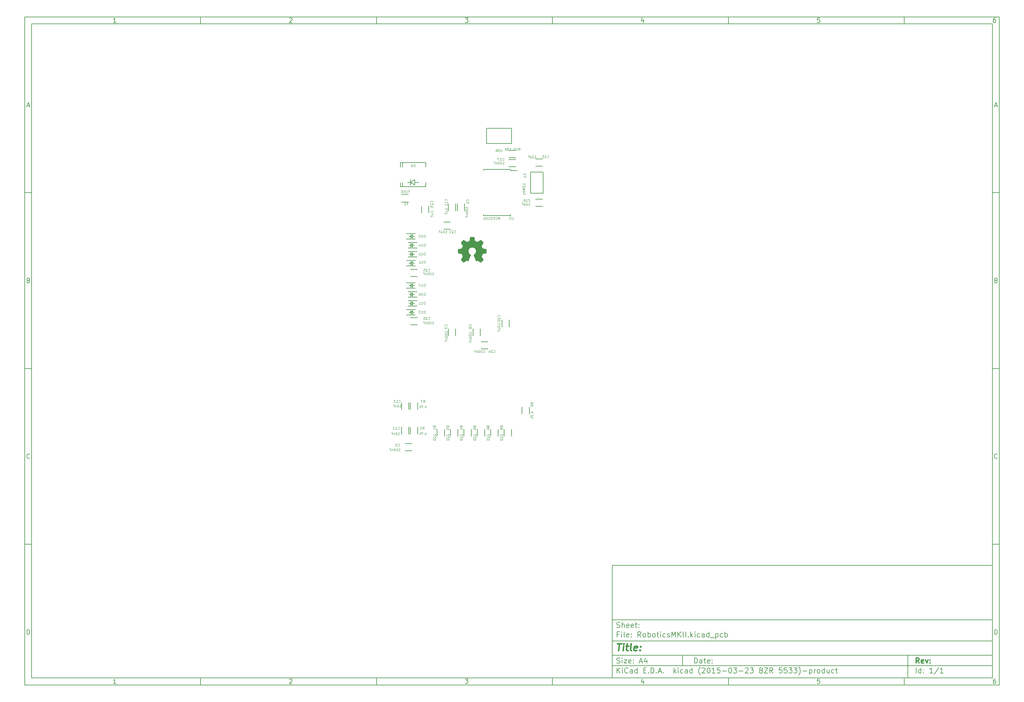
<source format=gbr>
G04 #@! TF.FileFunction,Legend,Bot*
%FSLAX46Y46*%
G04 Gerber Fmt 4.6, Leading zero omitted, Abs format (unit mm)*
G04 Created by KiCad (PCBNEW (2015-03-23 BZR 5533)-product) date Thu 23 Apr 2015 16:19:24 SAST*
%MOMM*%
G01*
G04 APERTURE LIST*
%ADD10C,0.100000*%
%ADD11C,0.150000*%
%ADD12C,0.300000*%
%ADD13C,0.400000*%
%ADD14C,0.002540*%
G04 APERTURE END LIST*
D10*
D11*
X177002200Y-166007200D02*
X177002200Y-198007200D01*
X285002200Y-198007200D01*
X285002200Y-166007200D01*
X177002200Y-166007200D01*
D10*
D11*
X10000000Y-10000000D02*
X10000000Y-200007200D01*
X287002200Y-200007200D01*
X287002200Y-10000000D01*
X10000000Y-10000000D01*
D10*
D11*
X12000000Y-12000000D02*
X12000000Y-198007200D01*
X285002200Y-198007200D01*
X285002200Y-12000000D01*
X12000000Y-12000000D01*
D10*
D11*
X60000000Y-12000000D02*
X60000000Y-10000000D01*
D10*
D11*
X110000000Y-12000000D02*
X110000000Y-10000000D01*
D10*
D11*
X160000000Y-12000000D02*
X160000000Y-10000000D01*
D10*
D11*
X210000000Y-12000000D02*
X210000000Y-10000000D01*
D10*
D11*
X260000000Y-12000000D02*
X260000000Y-10000000D01*
D10*
D11*
X35990476Y-11588095D02*
X35247619Y-11588095D01*
X35619048Y-11588095D02*
X35619048Y-10288095D01*
X35495238Y-10473810D01*
X35371429Y-10597619D01*
X35247619Y-10659524D01*
D10*
D11*
X85247619Y-10411905D02*
X85309524Y-10350000D01*
X85433333Y-10288095D01*
X85742857Y-10288095D01*
X85866667Y-10350000D01*
X85928571Y-10411905D01*
X85990476Y-10535714D01*
X85990476Y-10659524D01*
X85928571Y-10845238D01*
X85185714Y-11588095D01*
X85990476Y-11588095D01*
D10*
D11*
X135185714Y-10288095D02*
X135990476Y-10288095D01*
X135557143Y-10783333D01*
X135742857Y-10783333D01*
X135866667Y-10845238D01*
X135928571Y-10907143D01*
X135990476Y-11030952D01*
X135990476Y-11340476D01*
X135928571Y-11464286D01*
X135866667Y-11526190D01*
X135742857Y-11588095D01*
X135371429Y-11588095D01*
X135247619Y-11526190D01*
X135185714Y-11464286D01*
D10*
D11*
X185866667Y-10721429D02*
X185866667Y-11588095D01*
X185557143Y-10226190D02*
X185247619Y-11154762D01*
X186052381Y-11154762D01*
D10*
D11*
X235928571Y-10288095D02*
X235309524Y-10288095D01*
X235247619Y-10907143D01*
X235309524Y-10845238D01*
X235433333Y-10783333D01*
X235742857Y-10783333D01*
X235866667Y-10845238D01*
X235928571Y-10907143D01*
X235990476Y-11030952D01*
X235990476Y-11340476D01*
X235928571Y-11464286D01*
X235866667Y-11526190D01*
X235742857Y-11588095D01*
X235433333Y-11588095D01*
X235309524Y-11526190D01*
X235247619Y-11464286D01*
D10*
D11*
X285866667Y-10288095D02*
X285619048Y-10288095D01*
X285495238Y-10350000D01*
X285433333Y-10411905D01*
X285309524Y-10597619D01*
X285247619Y-10845238D01*
X285247619Y-11340476D01*
X285309524Y-11464286D01*
X285371429Y-11526190D01*
X285495238Y-11588095D01*
X285742857Y-11588095D01*
X285866667Y-11526190D01*
X285928571Y-11464286D01*
X285990476Y-11340476D01*
X285990476Y-11030952D01*
X285928571Y-10907143D01*
X285866667Y-10845238D01*
X285742857Y-10783333D01*
X285495238Y-10783333D01*
X285371429Y-10845238D01*
X285309524Y-10907143D01*
X285247619Y-11030952D01*
D10*
D11*
X60000000Y-198007200D02*
X60000000Y-200007200D01*
D10*
D11*
X110000000Y-198007200D02*
X110000000Y-200007200D01*
D10*
D11*
X160000000Y-198007200D02*
X160000000Y-200007200D01*
D10*
D11*
X210000000Y-198007200D02*
X210000000Y-200007200D01*
D10*
D11*
X260000000Y-198007200D02*
X260000000Y-200007200D01*
D10*
D11*
X35990476Y-199595295D02*
X35247619Y-199595295D01*
X35619048Y-199595295D02*
X35619048Y-198295295D01*
X35495238Y-198481010D01*
X35371429Y-198604819D01*
X35247619Y-198666724D01*
D10*
D11*
X85247619Y-198419105D02*
X85309524Y-198357200D01*
X85433333Y-198295295D01*
X85742857Y-198295295D01*
X85866667Y-198357200D01*
X85928571Y-198419105D01*
X85990476Y-198542914D01*
X85990476Y-198666724D01*
X85928571Y-198852438D01*
X85185714Y-199595295D01*
X85990476Y-199595295D01*
D10*
D11*
X135185714Y-198295295D02*
X135990476Y-198295295D01*
X135557143Y-198790533D01*
X135742857Y-198790533D01*
X135866667Y-198852438D01*
X135928571Y-198914343D01*
X135990476Y-199038152D01*
X135990476Y-199347676D01*
X135928571Y-199471486D01*
X135866667Y-199533390D01*
X135742857Y-199595295D01*
X135371429Y-199595295D01*
X135247619Y-199533390D01*
X135185714Y-199471486D01*
D10*
D11*
X185866667Y-198728629D02*
X185866667Y-199595295D01*
X185557143Y-198233390D02*
X185247619Y-199161962D01*
X186052381Y-199161962D01*
D10*
D11*
X235928571Y-198295295D02*
X235309524Y-198295295D01*
X235247619Y-198914343D01*
X235309524Y-198852438D01*
X235433333Y-198790533D01*
X235742857Y-198790533D01*
X235866667Y-198852438D01*
X235928571Y-198914343D01*
X235990476Y-199038152D01*
X235990476Y-199347676D01*
X235928571Y-199471486D01*
X235866667Y-199533390D01*
X235742857Y-199595295D01*
X235433333Y-199595295D01*
X235309524Y-199533390D01*
X235247619Y-199471486D01*
D10*
D11*
X285866667Y-198295295D02*
X285619048Y-198295295D01*
X285495238Y-198357200D01*
X285433333Y-198419105D01*
X285309524Y-198604819D01*
X285247619Y-198852438D01*
X285247619Y-199347676D01*
X285309524Y-199471486D01*
X285371429Y-199533390D01*
X285495238Y-199595295D01*
X285742857Y-199595295D01*
X285866667Y-199533390D01*
X285928571Y-199471486D01*
X285990476Y-199347676D01*
X285990476Y-199038152D01*
X285928571Y-198914343D01*
X285866667Y-198852438D01*
X285742857Y-198790533D01*
X285495238Y-198790533D01*
X285371429Y-198852438D01*
X285309524Y-198914343D01*
X285247619Y-199038152D01*
D10*
D11*
X10000000Y-60000000D02*
X12000000Y-60000000D01*
D10*
D11*
X10000000Y-110000000D02*
X12000000Y-110000000D01*
D10*
D11*
X10000000Y-160000000D02*
X12000000Y-160000000D01*
D10*
D11*
X10690476Y-35216667D02*
X11309524Y-35216667D01*
X10566667Y-35588095D02*
X11000000Y-34288095D01*
X11433333Y-35588095D01*
D10*
D11*
X11092857Y-84907143D02*
X11278571Y-84969048D01*
X11340476Y-85030952D01*
X11402381Y-85154762D01*
X11402381Y-85340476D01*
X11340476Y-85464286D01*
X11278571Y-85526190D01*
X11154762Y-85588095D01*
X10659524Y-85588095D01*
X10659524Y-84288095D01*
X11092857Y-84288095D01*
X11216667Y-84350000D01*
X11278571Y-84411905D01*
X11340476Y-84535714D01*
X11340476Y-84659524D01*
X11278571Y-84783333D01*
X11216667Y-84845238D01*
X11092857Y-84907143D01*
X10659524Y-84907143D01*
D10*
D11*
X11402381Y-135464286D02*
X11340476Y-135526190D01*
X11154762Y-135588095D01*
X11030952Y-135588095D01*
X10845238Y-135526190D01*
X10721429Y-135402381D01*
X10659524Y-135278571D01*
X10597619Y-135030952D01*
X10597619Y-134845238D01*
X10659524Y-134597619D01*
X10721429Y-134473810D01*
X10845238Y-134350000D01*
X11030952Y-134288095D01*
X11154762Y-134288095D01*
X11340476Y-134350000D01*
X11402381Y-134411905D01*
D10*
D11*
X10659524Y-185588095D02*
X10659524Y-184288095D01*
X10969048Y-184288095D01*
X11154762Y-184350000D01*
X11278571Y-184473810D01*
X11340476Y-184597619D01*
X11402381Y-184845238D01*
X11402381Y-185030952D01*
X11340476Y-185278571D01*
X11278571Y-185402381D01*
X11154762Y-185526190D01*
X10969048Y-185588095D01*
X10659524Y-185588095D01*
D10*
D11*
X287002200Y-60000000D02*
X285002200Y-60000000D01*
D10*
D11*
X287002200Y-110000000D02*
X285002200Y-110000000D01*
D10*
D11*
X287002200Y-160000000D02*
X285002200Y-160000000D01*
D10*
D11*
X285692676Y-35216667D02*
X286311724Y-35216667D01*
X285568867Y-35588095D02*
X286002200Y-34288095D01*
X286435533Y-35588095D01*
D10*
D11*
X286095057Y-84907143D02*
X286280771Y-84969048D01*
X286342676Y-85030952D01*
X286404581Y-85154762D01*
X286404581Y-85340476D01*
X286342676Y-85464286D01*
X286280771Y-85526190D01*
X286156962Y-85588095D01*
X285661724Y-85588095D01*
X285661724Y-84288095D01*
X286095057Y-84288095D01*
X286218867Y-84350000D01*
X286280771Y-84411905D01*
X286342676Y-84535714D01*
X286342676Y-84659524D01*
X286280771Y-84783333D01*
X286218867Y-84845238D01*
X286095057Y-84907143D01*
X285661724Y-84907143D01*
D10*
D11*
X286404581Y-135464286D02*
X286342676Y-135526190D01*
X286156962Y-135588095D01*
X286033152Y-135588095D01*
X285847438Y-135526190D01*
X285723629Y-135402381D01*
X285661724Y-135278571D01*
X285599819Y-135030952D01*
X285599819Y-134845238D01*
X285661724Y-134597619D01*
X285723629Y-134473810D01*
X285847438Y-134350000D01*
X286033152Y-134288095D01*
X286156962Y-134288095D01*
X286342676Y-134350000D01*
X286404581Y-134411905D01*
D10*
D11*
X285661724Y-185588095D02*
X285661724Y-184288095D01*
X285971248Y-184288095D01*
X286156962Y-184350000D01*
X286280771Y-184473810D01*
X286342676Y-184597619D01*
X286404581Y-184845238D01*
X286404581Y-185030952D01*
X286342676Y-185278571D01*
X286280771Y-185402381D01*
X286156962Y-185526190D01*
X285971248Y-185588095D01*
X285661724Y-185588095D01*
D10*
D11*
X200359343Y-193785771D02*
X200359343Y-192285771D01*
X200716486Y-192285771D01*
X200930771Y-192357200D01*
X201073629Y-192500057D01*
X201145057Y-192642914D01*
X201216486Y-192928629D01*
X201216486Y-193142914D01*
X201145057Y-193428629D01*
X201073629Y-193571486D01*
X200930771Y-193714343D01*
X200716486Y-193785771D01*
X200359343Y-193785771D01*
X202502200Y-193785771D02*
X202502200Y-193000057D01*
X202430771Y-192857200D01*
X202287914Y-192785771D01*
X202002200Y-192785771D01*
X201859343Y-192857200D01*
X202502200Y-193714343D02*
X202359343Y-193785771D01*
X202002200Y-193785771D01*
X201859343Y-193714343D01*
X201787914Y-193571486D01*
X201787914Y-193428629D01*
X201859343Y-193285771D01*
X202002200Y-193214343D01*
X202359343Y-193214343D01*
X202502200Y-193142914D01*
X203002200Y-192785771D02*
X203573629Y-192785771D01*
X203216486Y-192285771D02*
X203216486Y-193571486D01*
X203287914Y-193714343D01*
X203430772Y-193785771D01*
X203573629Y-193785771D01*
X204645057Y-193714343D02*
X204502200Y-193785771D01*
X204216486Y-193785771D01*
X204073629Y-193714343D01*
X204002200Y-193571486D01*
X204002200Y-193000057D01*
X204073629Y-192857200D01*
X204216486Y-192785771D01*
X204502200Y-192785771D01*
X204645057Y-192857200D01*
X204716486Y-193000057D01*
X204716486Y-193142914D01*
X204002200Y-193285771D01*
X205359343Y-193642914D02*
X205430771Y-193714343D01*
X205359343Y-193785771D01*
X205287914Y-193714343D01*
X205359343Y-193642914D01*
X205359343Y-193785771D01*
X205359343Y-192857200D02*
X205430771Y-192928629D01*
X205359343Y-193000057D01*
X205287914Y-192928629D01*
X205359343Y-192857200D01*
X205359343Y-193000057D01*
D10*
D11*
X177002200Y-194507200D02*
X285002200Y-194507200D01*
D10*
D11*
X178359343Y-196585771D02*
X178359343Y-195085771D01*
X179216486Y-196585771D02*
X178573629Y-195728629D01*
X179216486Y-195085771D02*
X178359343Y-195942914D01*
X179859343Y-196585771D02*
X179859343Y-195585771D01*
X179859343Y-195085771D02*
X179787914Y-195157200D01*
X179859343Y-195228629D01*
X179930771Y-195157200D01*
X179859343Y-195085771D01*
X179859343Y-195228629D01*
X181430772Y-196442914D02*
X181359343Y-196514343D01*
X181145057Y-196585771D01*
X181002200Y-196585771D01*
X180787915Y-196514343D01*
X180645057Y-196371486D01*
X180573629Y-196228629D01*
X180502200Y-195942914D01*
X180502200Y-195728629D01*
X180573629Y-195442914D01*
X180645057Y-195300057D01*
X180787915Y-195157200D01*
X181002200Y-195085771D01*
X181145057Y-195085771D01*
X181359343Y-195157200D01*
X181430772Y-195228629D01*
X182716486Y-196585771D02*
X182716486Y-195800057D01*
X182645057Y-195657200D01*
X182502200Y-195585771D01*
X182216486Y-195585771D01*
X182073629Y-195657200D01*
X182716486Y-196514343D02*
X182573629Y-196585771D01*
X182216486Y-196585771D01*
X182073629Y-196514343D01*
X182002200Y-196371486D01*
X182002200Y-196228629D01*
X182073629Y-196085771D01*
X182216486Y-196014343D01*
X182573629Y-196014343D01*
X182716486Y-195942914D01*
X184073629Y-196585771D02*
X184073629Y-195085771D01*
X184073629Y-196514343D02*
X183930772Y-196585771D01*
X183645058Y-196585771D01*
X183502200Y-196514343D01*
X183430772Y-196442914D01*
X183359343Y-196300057D01*
X183359343Y-195871486D01*
X183430772Y-195728629D01*
X183502200Y-195657200D01*
X183645058Y-195585771D01*
X183930772Y-195585771D01*
X184073629Y-195657200D01*
X185930772Y-195800057D02*
X186430772Y-195800057D01*
X186645058Y-196585771D02*
X185930772Y-196585771D01*
X185930772Y-195085771D01*
X186645058Y-195085771D01*
X187287915Y-196442914D02*
X187359343Y-196514343D01*
X187287915Y-196585771D01*
X187216486Y-196514343D01*
X187287915Y-196442914D01*
X187287915Y-196585771D01*
X188002201Y-196585771D02*
X188002201Y-195085771D01*
X188359344Y-195085771D01*
X188573629Y-195157200D01*
X188716487Y-195300057D01*
X188787915Y-195442914D01*
X188859344Y-195728629D01*
X188859344Y-195942914D01*
X188787915Y-196228629D01*
X188716487Y-196371486D01*
X188573629Y-196514343D01*
X188359344Y-196585771D01*
X188002201Y-196585771D01*
X189502201Y-196442914D02*
X189573629Y-196514343D01*
X189502201Y-196585771D01*
X189430772Y-196514343D01*
X189502201Y-196442914D01*
X189502201Y-196585771D01*
X190145058Y-196157200D02*
X190859344Y-196157200D01*
X190002201Y-196585771D02*
X190502201Y-195085771D01*
X191002201Y-196585771D01*
X191502201Y-196442914D02*
X191573629Y-196514343D01*
X191502201Y-196585771D01*
X191430772Y-196514343D01*
X191502201Y-196442914D01*
X191502201Y-196585771D01*
X194502201Y-196585771D02*
X194502201Y-195085771D01*
X194645058Y-196014343D02*
X195073629Y-196585771D01*
X195073629Y-195585771D02*
X194502201Y-196157200D01*
X195716487Y-196585771D02*
X195716487Y-195585771D01*
X195716487Y-195085771D02*
X195645058Y-195157200D01*
X195716487Y-195228629D01*
X195787915Y-195157200D01*
X195716487Y-195085771D01*
X195716487Y-195228629D01*
X197073630Y-196514343D02*
X196930773Y-196585771D01*
X196645059Y-196585771D01*
X196502201Y-196514343D01*
X196430773Y-196442914D01*
X196359344Y-196300057D01*
X196359344Y-195871486D01*
X196430773Y-195728629D01*
X196502201Y-195657200D01*
X196645059Y-195585771D01*
X196930773Y-195585771D01*
X197073630Y-195657200D01*
X198359344Y-196585771D02*
X198359344Y-195800057D01*
X198287915Y-195657200D01*
X198145058Y-195585771D01*
X197859344Y-195585771D01*
X197716487Y-195657200D01*
X198359344Y-196514343D02*
X198216487Y-196585771D01*
X197859344Y-196585771D01*
X197716487Y-196514343D01*
X197645058Y-196371486D01*
X197645058Y-196228629D01*
X197716487Y-196085771D01*
X197859344Y-196014343D01*
X198216487Y-196014343D01*
X198359344Y-195942914D01*
X199716487Y-196585771D02*
X199716487Y-195085771D01*
X199716487Y-196514343D02*
X199573630Y-196585771D01*
X199287916Y-196585771D01*
X199145058Y-196514343D01*
X199073630Y-196442914D01*
X199002201Y-196300057D01*
X199002201Y-195871486D01*
X199073630Y-195728629D01*
X199145058Y-195657200D01*
X199287916Y-195585771D01*
X199573630Y-195585771D01*
X199716487Y-195657200D01*
X202002201Y-197157200D02*
X201930773Y-197085771D01*
X201787916Y-196871486D01*
X201716487Y-196728629D01*
X201645058Y-196514343D01*
X201573630Y-196157200D01*
X201573630Y-195871486D01*
X201645058Y-195514343D01*
X201716487Y-195300057D01*
X201787916Y-195157200D01*
X201930773Y-194942914D01*
X202002201Y-194871486D01*
X202502201Y-195228629D02*
X202573630Y-195157200D01*
X202716487Y-195085771D01*
X203073630Y-195085771D01*
X203216487Y-195157200D01*
X203287916Y-195228629D01*
X203359344Y-195371486D01*
X203359344Y-195514343D01*
X203287916Y-195728629D01*
X202430773Y-196585771D01*
X203359344Y-196585771D01*
X204287915Y-195085771D02*
X204430772Y-195085771D01*
X204573629Y-195157200D01*
X204645058Y-195228629D01*
X204716487Y-195371486D01*
X204787915Y-195657200D01*
X204787915Y-196014343D01*
X204716487Y-196300057D01*
X204645058Y-196442914D01*
X204573629Y-196514343D01*
X204430772Y-196585771D01*
X204287915Y-196585771D01*
X204145058Y-196514343D01*
X204073629Y-196442914D01*
X204002201Y-196300057D01*
X203930772Y-196014343D01*
X203930772Y-195657200D01*
X204002201Y-195371486D01*
X204073629Y-195228629D01*
X204145058Y-195157200D01*
X204287915Y-195085771D01*
X206216486Y-196585771D02*
X205359343Y-196585771D01*
X205787915Y-196585771D02*
X205787915Y-195085771D01*
X205645058Y-195300057D01*
X205502200Y-195442914D01*
X205359343Y-195514343D01*
X207573629Y-195085771D02*
X206859343Y-195085771D01*
X206787914Y-195800057D01*
X206859343Y-195728629D01*
X207002200Y-195657200D01*
X207359343Y-195657200D01*
X207502200Y-195728629D01*
X207573629Y-195800057D01*
X207645057Y-195942914D01*
X207645057Y-196300057D01*
X207573629Y-196442914D01*
X207502200Y-196514343D01*
X207359343Y-196585771D01*
X207002200Y-196585771D01*
X206859343Y-196514343D01*
X206787914Y-196442914D01*
X208287914Y-196014343D02*
X209430771Y-196014343D01*
X210430771Y-195085771D02*
X210573628Y-195085771D01*
X210716485Y-195157200D01*
X210787914Y-195228629D01*
X210859343Y-195371486D01*
X210930771Y-195657200D01*
X210930771Y-196014343D01*
X210859343Y-196300057D01*
X210787914Y-196442914D01*
X210716485Y-196514343D01*
X210573628Y-196585771D01*
X210430771Y-196585771D01*
X210287914Y-196514343D01*
X210216485Y-196442914D01*
X210145057Y-196300057D01*
X210073628Y-196014343D01*
X210073628Y-195657200D01*
X210145057Y-195371486D01*
X210216485Y-195228629D01*
X210287914Y-195157200D01*
X210430771Y-195085771D01*
X211430771Y-195085771D02*
X212359342Y-195085771D01*
X211859342Y-195657200D01*
X212073628Y-195657200D01*
X212216485Y-195728629D01*
X212287914Y-195800057D01*
X212359342Y-195942914D01*
X212359342Y-196300057D01*
X212287914Y-196442914D01*
X212216485Y-196514343D01*
X212073628Y-196585771D01*
X211645056Y-196585771D01*
X211502199Y-196514343D01*
X211430771Y-196442914D01*
X213002199Y-196014343D02*
X214145056Y-196014343D01*
X214787913Y-195228629D02*
X214859342Y-195157200D01*
X215002199Y-195085771D01*
X215359342Y-195085771D01*
X215502199Y-195157200D01*
X215573628Y-195228629D01*
X215645056Y-195371486D01*
X215645056Y-195514343D01*
X215573628Y-195728629D01*
X214716485Y-196585771D01*
X215645056Y-196585771D01*
X216145056Y-195085771D02*
X217073627Y-195085771D01*
X216573627Y-195657200D01*
X216787913Y-195657200D01*
X216930770Y-195728629D01*
X217002199Y-195800057D01*
X217073627Y-195942914D01*
X217073627Y-196300057D01*
X217002199Y-196442914D01*
X216930770Y-196514343D01*
X216787913Y-196585771D01*
X216359341Y-196585771D01*
X216216484Y-196514343D01*
X216145056Y-196442914D01*
X219359341Y-195800057D02*
X219573627Y-195871486D01*
X219645055Y-195942914D01*
X219716484Y-196085771D01*
X219716484Y-196300057D01*
X219645055Y-196442914D01*
X219573627Y-196514343D01*
X219430769Y-196585771D01*
X218859341Y-196585771D01*
X218859341Y-195085771D01*
X219359341Y-195085771D01*
X219502198Y-195157200D01*
X219573627Y-195228629D01*
X219645055Y-195371486D01*
X219645055Y-195514343D01*
X219573627Y-195657200D01*
X219502198Y-195728629D01*
X219359341Y-195800057D01*
X218859341Y-195800057D01*
X220216484Y-195085771D02*
X221216484Y-195085771D01*
X220216484Y-196585771D01*
X221216484Y-196585771D01*
X222645055Y-196585771D02*
X222145055Y-195871486D01*
X221787912Y-196585771D02*
X221787912Y-195085771D01*
X222359340Y-195085771D01*
X222502198Y-195157200D01*
X222573626Y-195228629D01*
X222645055Y-195371486D01*
X222645055Y-195585771D01*
X222573626Y-195728629D01*
X222502198Y-195800057D01*
X222359340Y-195871486D01*
X221787912Y-195871486D01*
X225145055Y-195085771D02*
X224430769Y-195085771D01*
X224359340Y-195800057D01*
X224430769Y-195728629D01*
X224573626Y-195657200D01*
X224930769Y-195657200D01*
X225073626Y-195728629D01*
X225145055Y-195800057D01*
X225216483Y-195942914D01*
X225216483Y-196300057D01*
X225145055Y-196442914D01*
X225073626Y-196514343D01*
X224930769Y-196585771D01*
X224573626Y-196585771D01*
X224430769Y-196514343D01*
X224359340Y-196442914D01*
X226573626Y-195085771D02*
X225859340Y-195085771D01*
X225787911Y-195800057D01*
X225859340Y-195728629D01*
X226002197Y-195657200D01*
X226359340Y-195657200D01*
X226502197Y-195728629D01*
X226573626Y-195800057D01*
X226645054Y-195942914D01*
X226645054Y-196300057D01*
X226573626Y-196442914D01*
X226502197Y-196514343D01*
X226359340Y-196585771D01*
X226002197Y-196585771D01*
X225859340Y-196514343D01*
X225787911Y-196442914D01*
X227145054Y-195085771D02*
X228073625Y-195085771D01*
X227573625Y-195657200D01*
X227787911Y-195657200D01*
X227930768Y-195728629D01*
X228002197Y-195800057D01*
X228073625Y-195942914D01*
X228073625Y-196300057D01*
X228002197Y-196442914D01*
X227930768Y-196514343D01*
X227787911Y-196585771D01*
X227359339Y-196585771D01*
X227216482Y-196514343D01*
X227145054Y-196442914D01*
X228573625Y-195085771D02*
X229502196Y-195085771D01*
X229002196Y-195657200D01*
X229216482Y-195657200D01*
X229359339Y-195728629D01*
X229430768Y-195800057D01*
X229502196Y-195942914D01*
X229502196Y-196300057D01*
X229430768Y-196442914D01*
X229359339Y-196514343D01*
X229216482Y-196585771D01*
X228787910Y-196585771D01*
X228645053Y-196514343D01*
X228573625Y-196442914D01*
X230002196Y-197157200D02*
X230073624Y-197085771D01*
X230216481Y-196871486D01*
X230287910Y-196728629D01*
X230359339Y-196514343D01*
X230430767Y-196157200D01*
X230430767Y-195871486D01*
X230359339Y-195514343D01*
X230287910Y-195300057D01*
X230216481Y-195157200D01*
X230073624Y-194942914D01*
X230002196Y-194871486D01*
X231145053Y-196014343D02*
X232287910Y-196014343D01*
X233002196Y-195585771D02*
X233002196Y-197085771D01*
X233002196Y-195657200D02*
X233145053Y-195585771D01*
X233430767Y-195585771D01*
X233573624Y-195657200D01*
X233645053Y-195728629D01*
X233716482Y-195871486D01*
X233716482Y-196300057D01*
X233645053Y-196442914D01*
X233573624Y-196514343D01*
X233430767Y-196585771D01*
X233145053Y-196585771D01*
X233002196Y-196514343D01*
X234359339Y-196585771D02*
X234359339Y-195585771D01*
X234359339Y-195871486D02*
X234430767Y-195728629D01*
X234502196Y-195657200D01*
X234645053Y-195585771D01*
X234787910Y-195585771D01*
X235502196Y-196585771D02*
X235359338Y-196514343D01*
X235287910Y-196442914D01*
X235216481Y-196300057D01*
X235216481Y-195871486D01*
X235287910Y-195728629D01*
X235359338Y-195657200D01*
X235502196Y-195585771D01*
X235716481Y-195585771D01*
X235859338Y-195657200D01*
X235930767Y-195728629D01*
X236002196Y-195871486D01*
X236002196Y-196300057D01*
X235930767Y-196442914D01*
X235859338Y-196514343D01*
X235716481Y-196585771D01*
X235502196Y-196585771D01*
X237287910Y-196585771D02*
X237287910Y-195085771D01*
X237287910Y-196514343D02*
X237145053Y-196585771D01*
X236859339Y-196585771D01*
X236716481Y-196514343D01*
X236645053Y-196442914D01*
X236573624Y-196300057D01*
X236573624Y-195871486D01*
X236645053Y-195728629D01*
X236716481Y-195657200D01*
X236859339Y-195585771D01*
X237145053Y-195585771D01*
X237287910Y-195657200D01*
X238645053Y-195585771D02*
X238645053Y-196585771D01*
X238002196Y-195585771D02*
X238002196Y-196371486D01*
X238073624Y-196514343D01*
X238216482Y-196585771D01*
X238430767Y-196585771D01*
X238573624Y-196514343D01*
X238645053Y-196442914D01*
X240002196Y-196514343D02*
X239859339Y-196585771D01*
X239573625Y-196585771D01*
X239430767Y-196514343D01*
X239359339Y-196442914D01*
X239287910Y-196300057D01*
X239287910Y-195871486D01*
X239359339Y-195728629D01*
X239430767Y-195657200D01*
X239573625Y-195585771D01*
X239859339Y-195585771D01*
X240002196Y-195657200D01*
X240430767Y-195585771D02*
X241002196Y-195585771D01*
X240645053Y-195085771D02*
X240645053Y-196371486D01*
X240716481Y-196514343D01*
X240859339Y-196585771D01*
X241002196Y-196585771D01*
D10*
D11*
X177002200Y-191507200D02*
X285002200Y-191507200D01*
D10*
D12*
X264216486Y-193785771D02*
X263716486Y-193071486D01*
X263359343Y-193785771D02*
X263359343Y-192285771D01*
X263930771Y-192285771D01*
X264073629Y-192357200D01*
X264145057Y-192428629D01*
X264216486Y-192571486D01*
X264216486Y-192785771D01*
X264145057Y-192928629D01*
X264073629Y-193000057D01*
X263930771Y-193071486D01*
X263359343Y-193071486D01*
X265430771Y-193714343D02*
X265287914Y-193785771D01*
X265002200Y-193785771D01*
X264859343Y-193714343D01*
X264787914Y-193571486D01*
X264787914Y-193000057D01*
X264859343Y-192857200D01*
X265002200Y-192785771D01*
X265287914Y-192785771D01*
X265430771Y-192857200D01*
X265502200Y-193000057D01*
X265502200Y-193142914D01*
X264787914Y-193285771D01*
X266002200Y-192785771D02*
X266359343Y-193785771D01*
X266716485Y-192785771D01*
X267287914Y-193642914D02*
X267359342Y-193714343D01*
X267287914Y-193785771D01*
X267216485Y-193714343D01*
X267287914Y-193642914D01*
X267287914Y-193785771D01*
X267287914Y-192857200D02*
X267359342Y-192928629D01*
X267287914Y-193000057D01*
X267216485Y-192928629D01*
X267287914Y-192857200D01*
X267287914Y-193000057D01*
D10*
D11*
X178287914Y-193714343D02*
X178502200Y-193785771D01*
X178859343Y-193785771D01*
X179002200Y-193714343D01*
X179073629Y-193642914D01*
X179145057Y-193500057D01*
X179145057Y-193357200D01*
X179073629Y-193214343D01*
X179002200Y-193142914D01*
X178859343Y-193071486D01*
X178573629Y-193000057D01*
X178430771Y-192928629D01*
X178359343Y-192857200D01*
X178287914Y-192714343D01*
X178287914Y-192571486D01*
X178359343Y-192428629D01*
X178430771Y-192357200D01*
X178573629Y-192285771D01*
X178930771Y-192285771D01*
X179145057Y-192357200D01*
X179787914Y-193785771D02*
X179787914Y-192785771D01*
X179787914Y-192285771D02*
X179716485Y-192357200D01*
X179787914Y-192428629D01*
X179859342Y-192357200D01*
X179787914Y-192285771D01*
X179787914Y-192428629D01*
X180359343Y-192785771D02*
X181145057Y-192785771D01*
X180359343Y-193785771D01*
X181145057Y-193785771D01*
X182287914Y-193714343D02*
X182145057Y-193785771D01*
X181859343Y-193785771D01*
X181716486Y-193714343D01*
X181645057Y-193571486D01*
X181645057Y-193000057D01*
X181716486Y-192857200D01*
X181859343Y-192785771D01*
X182145057Y-192785771D01*
X182287914Y-192857200D01*
X182359343Y-193000057D01*
X182359343Y-193142914D01*
X181645057Y-193285771D01*
X183002200Y-193642914D02*
X183073628Y-193714343D01*
X183002200Y-193785771D01*
X182930771Y-193714343D01*
X183002200Y-193642914D01*
X183002200Y-193785771D01*
X183002200Y-192857200D02*
X183073628Y-192928629D01*
X183002200Y-193000057D01*
X182930771Y-192928629D01*
X183002200Y-192857200D01*
X183002200Y-193000057D01*
X184787914Y-193357200D02*
X185502200Y-193357200D01*
X184645057Y-193785771D02*
X185145057Y-192285771D01*
X185645057Y-193785771D01*
X186787914Y-192785771D02*
X186787914Y-193785771D01*
X186430771Y-192214343D02*
X186073628Y-193285771D01*
X187002200Y-193285771D01*
D10*
D11*
X263359343Y-196585771D02*
X263359343Y-195085771D01*
X264716486Y-196585771D02*
X264716486Y-195085771D01*
X264716486Y-196514343D02*
X264573629Y-196585771D01*
X264287915Y-196585771D01*
X264145057Y-196514343D01*
X264073629Y-196442914D01*
X264002200Y-196300057D01*
X264002200Y-195871486D01*
X264073629Y-195728629D01*
X264145057Y-195657200D01*
X264287915Y-195585771D01*
X264573629Y-195585771D01*
X264716486Y-195657200D01*
X265430772Y-196442914D02*
X265502200Y-196514343D01*
X265430772Y-196585771D01*
X265359343Y-196514343D01*
X265430772Y-196442914D01*
X265430772Y-196585771D01*
X265430772Y-195657200D02*
X265502200Y-195728629D01*
X265430772Y-195800057D01*
X265359343Y-195728629D01*
X265430772Y-195657200D01*
X265430772Y-195800057D01*
X268073629Y-196585771D02*
X267216486Y-196585771D01*
X267645058Y-196585771D02*
X267645058Y-195085771D01*
X267502201Y-195300057D01*
X267359343Y-195442914D01*
X267216486Y-195514343D01*
X269787914Y-195014343D02*
X268502200Y-196942914D01*
X271073629Y-196585771D02*
X270216486Y-196585771D01*
X270645058Y-196585771D02*
X270645058Y-195085771D01*
X270502201Y-195300057D01*
X270359343Y-195442914D01*
X270216486Y-195514343D01*
D10*
D11*
X177002200Y-187507200D02*
X285002200Y-187507200D01*
D10*
D13*
X178454581Y-188211962D02*
X179597438Y-188211962D01*
X178776010Y-190211962D02*
X179026010Y-188211962D01*
X180014105Y-190211962D02*
X180180771Y-188878629D01*
X180264105Y-188211962D02*
X180156962Y-188307200D01*
X180240295Y-188402438D01*
X180347439Y-188307200D01*
X180264105Y-188211962D01*
X180240295Y-188402438D01*
X180847438Y-188878629D02*
X181609343Y-188878629D01*
X181216486Y-188211962D02*
X181002200Y-189926248D01*
X181073630Y-190116724D01*
X181252201Y-190211962D01*
X181442677Y-190211962D01*
X182395058Y-190211962D02*
X182216487Y-190116724D01*
X182145057Y-189926248D01*
X182359343Y-188211962D01*
X183930772Y-190116724D02*
X183728391Y-190211962D01*
X183347439Y-190211962D01*
X183168867Y-190116724D01*
X183097438Y-189926248D01*
X183192676Y-189164343D01*
X183311724Y-188973867D01*
X183514105Y-188878629D01*
X183895057Y-188878629D01*
X184073629Y-188973867D01*
X184145057Y-189164343D01*
X184121248Y-189354819D01*
X183145057Y-189545295D01*
X184895057Y-190021486D02*
X184978392Y-190116724D01*
X184871248Y-190211962D01*
X184787915Y-190116724D01*
X184895057Y-190021486D01*
X184871248Y-190211962D01*
X185026010Y-188973867D02*
X185109344Y-189069105D01*
X185002200Y-189164343D01*
X184918867Y-189069105D01*
X185026010Y-188973867D01*
X185002200Y-189164343D01*
D10*
D11*
X178859343Y-185600057D02*
X178359343Y-185600057D01*
X178359343Y-186385771D02*
X178359343Y-184885771D01*
X179073629Y-184885771D01*
X179645057Y-186385771D02*
X179645057Y-185385771D01*
X179645057Y-184885771D02*
X179573628Y-184957200D01*
X179645057Y-185028629D01*
X179716485Y-184957200D01*
X179645057Y-184885771D01*
X179645057Y-185028629D01*
X180573629Y-186385771D02*
X180430771Y-186314343D01*
X180359343Y-186171486D01*
X180359343Y-184885771D01*
X181716485Y-186314343D02*
X181573628Y-186385771D01*
X181287914Y-186385771D01*
X181145057Y-186314343D01*
X181073628Y-186171486D01*
X181073628Y-185600057D01*
X181145057Y-185457200D01*
X181287914Y-185385771D01*
X181573628Y-185385771D01*
X181716485Y-185457200D01*
X181787914Y-185600057D01*
X181787914Y-185742914D01*
X181073628Y-185885771D01*
X182430771Y-186242914D02*
X182502199Y-186314343D01*
X182430771Y-186385771D01*
X182359342Y-186314343D01*
X182430771Y-186242914D01*
X182430771Y-186385771D01*
X182430771Y-185457200D02*
X182502199Y-185528629D01*
X182430771Y-185600057D01*
X182359342Y-185528629D01*
X182430771Y-185457200D01*
X182430771Y-185600057D01*
X185145057Y-186385771D02*
X184645057Y-185671486D01*
X184287914Y-186385771D02*
X184287914Y-184885771D01*
X184859342Y-184885771D01*
X185002200Y-184957200D01*
X185073628Y-185028629D01*
X185145057Y-185171486D01*
X185145057Y-185385771D01*
X185073628Y-185528629D01*
X185002200Y-185600057D01*
X184859342Y-185671486D01*
X184287914Y-185671486D01*
X186002200Y-186385771D02*
X185859342Y-186314343D01*
X185787914Y-186242914D01*
X185716485Y-186100057D01*
X185716485Y-185671486D01*
X185787914Y-185528629D01*
X185859342Y-185457200D01*
X186002200Y-185385771D01*
X186216485Y-185385771D01*
X186359342Y-185457200D01*
X186430771Y-185528629D01*
X186502200Y-185671486D01*
X186502200Y-186100057D01*
X186430771Y-186242914D01*
X186359342Y-186314343D01*
X186216485Y-186385771D01*
X186002200Y-186385771D01*
X187145057Y-186385771D02*
X187145057Y-184885771D01*
X187145057Y-185457200D02*
X187287914Y-185385771D01*
X187573628Y-185385771D01*
X187716485Y-185457200D01*
X187787914Y-185528629D01*
X187859343Y-185671486D01*
X187859343Y-186100057D01*
X187787914Y-186242914D01*
X187716485Y-186314343D01*
X187573628Y-186385771D01*
X187287914Y-186385771D01*
X187145057Y-186314343D01*
X188716486Y-186385771D02*
X188573628Y-186314343D01*
X188502200Y-186242914D01*
X188430771Y-186100057D01*
X188430771Y-185671486D01*
X188502200Y-185528629D01*
X188573628Y-185457200D01*
X188716486Y-185385771D01*
X188930771Y-185385771D01*
X189073628Y-185457200D01*
X189145057Y-185528629D01*
X189216486Y-185671486D01*
X189216486Y-186100057D01*
X189145057Y-186242914D01*
X189073628Y-186314343D01*
X188930771Y-186385771D01*
X188716486Y-186385771D01*
X189645057Y-185385771D02*
X190216486Y-185385771D01*
X189859343Y-184885771D02*
X189859343Y-186171486D01*
X189930771Y-186314343D01*
X190073629Y-186385771D01*
X190216486Y-186385771D01*
X190716486Y-186385771D02*
X190716486Y-185385771D01*
X190716486Y-184885771D02*
X190645057Y-184957200D01*
X190716486Y-185028629D01*
X190787914Y-184957200D01*
X190716486Y-184885771D01*
X190716486Y-185028629D01*
X192073629Y-186314343D02*
X191930772Y-186385771D01*
X191645058Y-186385771D01*
X191502200Y-186314343D01*
X191430772Y-186242914D01*
X191359343Y-186100057D01*
X191359343Y-185671486D01*
X191430772Y-185528629D01*
X191502200Y-185457200D01*
X191645058Y-185385771D01*
X191930772Y-185385771D01*
X192073629Y-185457200D01*
X192645057Y-186314343D02*
X192787914Y-186385771D01*
X193073629Y-186385771D01*
X193216486Y-186314343D01*
X193287914Y-186171486D01*
X193287914Y-186100057D01*
X193216486Y-185957200D01*
X193073629Y-185885771D01*
X192859343Y-185885771D01*
X192716486Y-185814343D01*
X192645057Y-185671486D01*
X192645057Y-185600057D01*
X192716486Y-185457200D01*
X192859343Y-185385771D01*
X193073629Y-185385771D01*
X193216486Y-185457200D01*
X193930772Y-186385771D02*
X193930772Y-184885771D01*
X194430772Y-185957200D01*
X194930772Y-184885771D01*
X194930772Y-186385771D01*
X195645058Y-186385771D02*
X195645058Y-184885771D01*
X196502201Y-186385771D02*
X195859344Y-185528629D01*
X196502201Y-184885771D02*
X195645058Y-185742914D01*
X197145058Y-186385771D02*
X197145058Y-184885771D01*
X197859344Y-186385771D02*
X197859344Y-184885771D01*
X198573630Y-186242914D02*
X198645058Y-186314343D01*
X198573630Y-186385771D01*
X198502201Y-186314343D01*
X198573630Y-186242914D01*
X198573630Y-186385771D01*
X199287916Y-186385771D02*
X199287916Y-184885771D01*
X199430773Y-185814343D02*
X199859344Y-186385771D01*
X199859344Y-185385771D02*
X199287916Y-185957200D01*
X200502202Y-186385771D02*
X200502202Y-185385771D01*
X200502202Y-184885771D02*
X200430773Y-184957200D01*
X200502202Y-185028629D01*
X200573630Y-184957200D01*
X200502202Y-184885771D01*
X200502202Y-185028629D01*
X201859345Y-186314343D02*
X201716488Y-186385771D01*
X201430774Y-186385771D01*
X201287916Y-186314343D01*
X201216488Y-186242914D01*
X201145059Y-186100057D01*
X201145059Y-185671486D01*
X201216488Y-185528629D01*
X201287916Y-185457200D01*
X201430774Y-185385771D01*
X201716488Y-185385771D01*
X201859345Y-185457200D01*
X203145059Y-186385771D02*
X203145059Y-185600057D01*
X203073630Y-185457200D01*
X202930773Y-185385771D01*
X202645059Y-185385771D01*
X202502202Y-185457200D01*
X203145059Y-186314343D02*
X203002202Y-186385771D01*
X202645059Y-186385771D01*
X202502202Y-186314343D01*
X202430773Y-186171486D01*
X202430773Y-186028629D01*
X202502202Y-185885771D01*
X202645059Y-185814343D01*
X203002202Y-185814343D01*
X203145059Y-185742914D01*
X204502202Y-186385771D02*
X204502202Y-184885771D01*
X204502202Y-186314343D02*
X204359345Y-186385771D01*
X204073631Y-186385771D01*
X203930773Y-186314343D01*
X203859345Y-186242914D01*
X203787916Y-186100057D01*
X203787916Y-185671486D01*
X203859345Y-185528629D01*
X203930773Y-185457200D01*
X204073631Y-185385771D01*
X204359345Y-185385771D01*
X204502202Y-185457200D01*
X204859345Y-186528629D02*
X206002202Y-186528629D01*
X206359345Y-185385771D02*
X206359345Y-186885771D01*
X206359345Y-185457200D02*
X206502202Y-185385771D01*
X206787916Y-185385771D01*
X206930773Y-185457200D01*
X207002202Y-185528629D01*
X207073631Y-185671486D01*
X207073631Y-186100057D01*
X207002202Y-186242914D01*
X206930773Y-186314343D01*
X206787916Y-186385771D01*
X206502202Y-186385771D01*
X206359345Y-186314343D01*
X208359345Y-186314343D02*
X208216488Y-186385771D01*
X207930774Y-186385771D01*
X207787916Y-186314343D01*
X207716488Y-186242914D01*
X207645059Y-186100057D01*
X207645059Y-185671486D01*
X207716488Y-185528629D01*
X207787916Y-185457200D01*
X207930774Y-185385771D01*
X208216488Y-185385771D01*
X208359345Y-185457200D01*
X209002202Y-186385771D02*
X209002202Y-184885771D01*
X209002202Y-185457200D02*
X209145059Y-185385771D01*
X209430773Y-185385771D01*
X209573630Y-185457200D01*
X209645059Y-185528629D01*
X209716488Y-185671486D01*
X209716488Y-186100057D01*
X209645059Y-186242914D01*
X209573630Y-186314343D01*
X209430773Y-186385771D01*
X209145059Y-186385771D01*
X209002202Y-186314343D01*
D10*
D11*
X177002200Y-181507200D02*
X285002200Y-181507200D01*
D10*
D11*
X178287914Y-183614343D02*
X178502200Y-183685771D01*
X178859343Y-183685771D01*
X179002200Y-183614343D01*
X179073629Y-183542914D01*
X179145057Y-183400057D01*
X179145057Y-183257200D01*
X179073629Y-183114343D01*
X179002200Y-183042914D01*
X178859343Y-182971486D01*
X178573629Y-182900057D01*
X178430771Y-182828629D01*
X178359343Y-182757200D01*
X178287914Y-182614343D01*
X178287914Y-182471486D01*
X178359343Y-182328629D01*
X178430771Y-182257200D01*
X178573629Y-182185771D01*
X178930771Y-182185771D01*
X179145057Y-182257200D01*
X179787914Y-183685771D02*
X179787914Y-182185771D01*
X180430771Y-183685771D02*
X180430771Y-182900057D01*
X180359342Y-182757200D01*
X180216485Y-182685771D01*
X180002200Y-182685771D01*
X179859342Y-182757200D01*
X179787914Y-182828629D01*
X181716485Y-183614343D02*
X181573628Y-183685771D01*
X181287914Y-183685771D01*
X181145057Y-183614343D01*
X181073628Y-183471486D01*
X181073628Y-182900057D01*
X181145057Y-182757200D01*
X181287914Y-182685771D01*
X181573628Y-182685771D01*
X181716485Y-182757200D01*
X181787914Y-182900057D01*
X181787914Y-183042914D01*
X181073628Y-183185771D01*
X183002199Y-183614343D02*
X182859342Y-183685771D01*
X182573628Y-183685771D01*
X182430771Y-183614343D01*
X182359342Y-183471486D01*
X182359342Y-182900057D01*
X182430771Y-182757200D01*
X182573628Y-182685771D01*
X182859342Y-182685771D01*
X183002199Y-182757200D01*
X183073628Y-182900057D01*
X183073628Y-183042914D01*
X182359342Y-183185771D01*
X183502199Y-182685771D02*
X184073628Y-182685771D01*
X183716485Y-182185771D02*
X183716485Y-183471486D01*
X183787913Y-183614343D01*
X183930771Y-183685771D01*
X184073628Y-183685771D01*
X184573628Y-183542914D02*
X184645056Y-183614343D01*
X184573628Y-183685771D01*
X184502199Y-183614343D01*
X184573628Y-183542914D01*
X184573628Y-183685771D01*
X184573628Y-182757200D02*
X184645056Y-182828629D01*
X184573628Y-182900057D01*
X184502199Y-182828629D01*
X184573628Y-182757200D01*
X184573628Y-182900057D01*
D10*
D11*
X197002200Y-191507200D02*
X197002200Y-194507200D01*
D10*
D11*
X261002200Y-191507200D02*
X261002200Y-198007200D01*
X135010000Y-63135000D02*
X135010000Y-65135000D01*
X132960000Y-65135000D02*
X132960000Y-63135000D01*
X118126000Y-131309000D02*
X120126000Y-131309000D01*
X120126000Y-133359000D02*
X118126000Y-133359000D01*
X132470000Y-98695000D02*
X132470000Y-100695000D01*
X130420000Y-100695000D02*
X130420000Y-98695000D01*
X139455000Y-98695000D02*
X139455000Y-100695000D01*
X137405000Y-100695000D02*
X137405000Y-98695000D01*
X130420000Y-65135000D02*
X130420000Y-63135000D01*
X132470000Y-63135000D02*
X132470000Y-65135000D01*
X119135000Y-126635000D02*
X119135000Y-128635000D01*
X117085000Y-128635000D02*
X117085000Y-126635000D01*
X117085000Y-121650000D02*
X117085000Y-119650000D01*
X119135000Y-119650000D02*
X119135000Y-121650000D01*
X155210000Y-50410000D02*
X157210000Y-50410000D01*
X157210000Y-52460000D02*
X155210000Y-52460000D01*
X157210000Y-63890000D02*
X155210000Y-63890000D01*
X155210000Y-61840000D02*
X157210000Y-61840000D01*
X147590000Y-50537000D02*
X149590000Y-50537000D01*
X149590000Y-52587000D02*
X147590000Y-52587000D01*
X145660000Y-98155000D02*
X145660000Y-96155000D01*
X147710000Y-96155000D02*
X147710000Y-98155000D01*
X131048000Y-70367000D02*
X129048000Y-70367000D01*
X129048000Y-68317000D02*
X131048000Y-68317000D01*
X122800000Y-65770000D02*
X122800000Y-63770000D01*
X124850000Y-63770000D02*
X124850000Y-65770000D01*
X148336000Y-45974000D02*
X141224000Y-45974000D01*
X141224000Y-45974000D02*
X141224000Y-41720000D01*
X141224000Y-41720000D02*
X148336000Y-41720000D01*
X148336000Y-41720000D02*
X148336000Y-45974000D01*
X119700040Y-57063640D02*
X118798340Y-57063640D01*
X120997980Y-57063640D02*
X121996200Y-57063640D01*
X117345460Y-58265060D02*
X117345460Y-57063640D01*
X117345460Y-51462940D02*
X117345460Y-52664360D01*
X116796820Y-58265060D02*
X116796820Y-57063640D01*
X116796820Y-51462940D02*
X116796820Y-52664360D01*
X123995180Y-58265060D02*
X123995180Y-57012840D01*
X123995180Y-51462940D02*
X123995180Y-52715160D01*
X119700040Y-56263540D02*
X119700040Y-57863740D01*
X120848120Y-57812940D02*
X120848120Y-56263540D01*
X119697500Y-57063640D02*
X120848120Y-57812940D01*
X119700040Y-57063640D02*
X120850660Y-56263540D01*
X123995180Y-58265060D02*
X116796820Y-58265060D01*
X123995180Y-51462940D02*
X116796820Y-51462940D01*
X119110000Y-60520000D02*
X117110000Y-60520000D01*
X117110000Y-62670000D02*
X119110000Y-62670000D01*
X127195000Y-127270000D02*
X127195000Y-129270000D01*
X129345000Y-129270000D02*
X129345000Y-127270000D01*
X119575000Y-126635000D02*
X119575000Y-128635000D01*
X121725000Y-128635000D02*
X121725000Y-126635000D01*
X131005000Y-127270000D02*
X131005000Y-129270000D01*
X133155000Y-129270000D02*
X133155000Y-127270000D01*
X134815000Y-127270000D02*
X134815000Y-129270000D01*
X136965000Y-129270000D02*
X136965000Y-127270000D01*
X138625000Y-127270000D02*
X138625000Y-129270000D01*
X140775000Y-129270000D02*
X140775000Y-127270000D01*
X142435000Y-127270000D02*
X142435000Y-129270000D01*
X144585000Y-129270000D02*
X144585000Y-127270000D01*
X121725000Y-121650000D02*
X121725000Y-119650000D01*
X119575000Y-119650000D02*
X119575000Y-121650000D01*
X146245000Y-127270000D02*
X146245000Y-129270000D01*
X148395000Y-129270000D02*
X148395000Y-127270000D01*
X153475000Y-122920000D02*
X153475000Y-120920000D01*
X151325000Y-120920000D02*
X151325000Y-122920000D01*
X147590000Y-50097000D02*
X149590000Y-50097000D01*
X149590000Y-47947000D02*
X147590000Y-47947000D01*
X148147000Y-53369000D02*
X148147000Y-53704000D01*
X140397000Y-53369000D02*
X140397000Y-53704000D01*
X140397000Y-66519000D02*
X140397000Y-66184000D01*
X148147000Y-66519000D02*
X148147000Y-66184000D01*
X148147000Y-53369000D02*
X140397000Y-53369000D01*
X148147000Y-66519000D02*
X140397000Y-66519000D01*
X148147000Y-53704000D02*
X149947000Y-53704000D01*
X157325000Y-60150000D02*
X157325000Y-54150000D01*
X157325000Y-54150000D02*
X153825000Y-54150000D01*
X153825000Y-54150000D02*
X153825000Y-60150000D01*
X153825000Y-60150000D02*
X157325000Y-60150000D01*
X139716000Y-102353000D02*
X141716000Y-102353000D01*
X141716000Y-104403000D02*
X139716000Y-104403000D01*
D14*
G36*
X139583160Y-79791560D02*
X139542520Y-79771240D01*
X139448540Y-79712820D01*
X139313920Y-79623920D01*
X139156440Y-79519780D01*
X138998960Y-79410560D01*
X138869420Y-79324200D01*
X138777980Y-79265780D01*
X138739880Y-79245460D01*
X138719560Y-79250540D01*
X138643360Y-79288640D01*
X138534140Y-79344520D01*
X138470640Y-79377540D01*
X138371580Y-79420720D01*
X138320780Y-79430880D01*
X138313160Y-79415640D01*
X138275060Y-79339440D01*
X138219180Y-79207360D01*
X138142980Y-79034640D01*
X138056620Y-78831440D01*
X137962640Y-78613000D01*
X137871200Y-78389480D01*
X137782300Y-78176120D01*
X137703560Y-77985620D01*
X137640060Y-77830680D01*
X137599420Y-77721460D01*
X137584180Y-77675740D01*
X137589260Y-77665580D01*
X137640060Y-77617320D01*
X137726420Y-77551280D01*
X137916920Y-77396340D01*
X138102340Y-77162660D01*
X138216640Y-76898500D01*
X138254740Y-76603860D01*
X138221720Y-76332080D01*
X138115040Y-76070460D01*
X137932160Y-75834240D01*
X137711180Y-75658980D01*
X137452100Y-75547220D01*
X137160000Y-75511660D01*
X136880600Y-75542140D01*
X136613900Y-75648820D01*
X136377680Y-75829160D01*
X136278620Y-75943460D01*
X136141460Y-76182220D01*
X136062720Y-76438760D01*
X136055100Y-76502260D01*
X136065260Y-76784200D01*
X136149080Y-77053440D01*
X136296400Y-77294740D01*
X136502140Y-77490320D01*
X136530080Y-77510640D01*
X136624060Y-77581760D01*
X136687560Y-77630020D01*
X136738360Y-77670660D01*
X136380220Y-78531720D01*
X136324340Y-78668880D01*
X136225280Y-78905100D01*
X136138920Y-79108300D01*
X136070340Y-79268320D01*
X136022080Y-79377540D01*
X136001760Y-79420720D01*
X135999220Y-79423260D01*
X135968740Y-79428340D01*
X135902700Y-79402940D01*
X135783320Y-79344520D01*
X135702040Y-79303880D01*
X135610600Y-79260700D01*
X135569960Y-79245460D01*
X135534400Y-79263240D01*
X135448040Y-79321660D01*
X135318500Y-79405480D01*
X135166100Y-79509620D01*
X135018780Y-79611220D01*
X134884160Y-79700120D01*
X134785100Y-79761080D01*
X134736840Y-79789020D01*
X134729220Y-79789020D01*
X134688580Y-79763620D01*
X134609840Y-79700120D01*
X134493000Y-79588360D01*
X134327900Y-79425800D01*
X134302500Y-79400400D01*
X134165340Y-79260700D01*
X134053580Y-79143860D01*
X133979920Y-79062580D01*
X133954520Y-79024480D01*
X133954520Y-79024480D01*
X133977380Y-78976220D01*
X134040880Y-78879700D01*
X134129780Y-78742540D01*
X134239000Y-78582520D01*
X134523480Y-78168500D01*
X134366000Y-77777340D01*
X134317740Y-77657960D01*
X134256780Y-77513180D01*
X134213600Y-77409040D01*
X134188200Y-77363320D01*
X134147560Y-77348080D01*
X134038340Y-77322680D01*
X133883400Y-77289660D01*
X133700520Y-77256640D01*
X133522720Y-77223620D01*
X133362700Y-77193140D01*
X133248400Y-77170280D01*
X133197600Y-77160120D01*
X133184900Y-77152500D01*
X133174740Y-77127100D01*
X133167120Y-77073760D01*
X133164580Y-76977240D01*
X133162040Y-76824840D01*
X133162040Y-76603860D01*
X133162040Y-76581000D01*
X133164580Y-76370180D01*
X133167120Y-76202540D01*
X133172200Y-76093320D01*
X133179820Y-76050140D01*
X133179820Y-76050140D01*
X133230620Y-76037440D01*
X133342380Y-76014580D01*
X133502400Y-75981560D01*
X133692900Y-75946000D01*
X133703060Y-75943460D01*
X133893560Y-75907900D01*
X134051040Y-75874880D01*
X134162800Y-75849480D01*
X134208520Y-75834240D01*
X134218680Y-75821540D01*
X134256780Y-75747880D01*
X134312660Y-75631040D01*
X134373620Y-75486260D01*
X134437120Y-75338940D01*
X134490460Y-75204320D01*
X134526020Y-75105260D01*
X134536180Y-75059540D01*
X134536180Y-75059540D01*
X134508240Y-75013820D01*
X134442200Y-74914760D01*
X134350760Y-74780140D01*
X134239000Y-74617580D01*
X134231380Y-74604880D01*
X134122160Y-74444860D01*
X134033260Y-74310240D01*
X133974840Y-74213720D01*
X133954520Y-74170540D01*
X133954520Y-74168000D01*
X133990080Y-74119740D01*
X134071360Y-74030840D01*
X134188200Y-73908920D01*
X134327900Y-73766680D01*
X134373620Y-73723500D01*
X134528560Y-73571100D01*
X134635240Y-73472040D01*
X134703820Y-73418700D01*
X134736840Y-73406000D01*
X134736840Y-73408540D01*
X134785100Y-73436480D01*
X134886700Y-73502520D01*
X135023860Y-73596500D01*
X135186420Y-73705720D01*
X135196580Y-73713340D01*
X135356600Y-73822560D01*
X135488680Y-73911460D01*
X135585200Y-73974960D01*
X135625840Y-74000360D01*
X135633460Y-74000360D01*
X135696960Y-73980040D01*
X135811260Y-73941940D01*
X135950960Y-73886060D01*
X136098280Y-73827640D01*
X136232900Y-73771760D01*
X136334500Y-73723500D01*
X136382760Y-73698100D01*
X136382760Y-73695560D01*
X136400540Y-73637140D01*
X136428480Y-73517760D01*
X136461500Y-73352660D01*
X136499600Y-73157080D01*
X136504680Y-73126600D01*
X136540240Y-72936100D01*
X136570720Y-72778620D01*
X136593580Y-72669400D01*
X136606280Y-72623680D01*
X136631680Y-72618600D01*
X136725660Y-72610980D01*
X136867900Y-72608440D01*
X137040620Y-72605900D01*
X137220960Y-72608440D01*
X137396220Y-72610980D01*
X137548620Y-72616060D01*
X137655300Y-72623680D01*
X137701020Y-72633840D01*
X137703560Y-72636380D01*
X137718800Y-72694800D01*
X137744200Y-72814180D01*
X137779760Y-72979280D01*
X137817860Y-73177400D01*
X137822940Y-73210420D01*
X137858500Y-73400920D01*
X137891520Y-73555860D01*
X137914380Y-73665080D01*
X137927080Y-73705720D01*
X137942320Y-73715880D01*
X138021060Y-73748900D01*
X138148060Y-73802240D01*
X138308080Y-73865740D01*
X138673840Y-74015600D01*
X139120880Y-73705720D01*
X139164060Y-73677780D01*
X139324080Y-73568560D01*
X139458700Y-73479660D01*
X139550140Y-73421240D01*
X139588240Y-73398380D01*
X139590780Y-73400920D01*
X139636500Y-73439020D01*
X139725400Y-73522840D01*
X139847320Y-73642220D01*
X139987020Y-73781920D01*
X140091160Y-73886060D01*
X140215620Y-74013060D01*
X140294360Y-74096880D01*
X140337540Y-74152760D01*
X140352780Y-74185780D01*
X140347700Y-74206100D01*
X140319760Y-74251820D01*
X140253720Y-74350880D01*
X140162280Y-74488040D01*
X140053060Y-74645520D01*
X139961620Y-74780140D01*
X139865100Y-74930000D01*
X139801600Y-75036680D01*
X139778740Y-75090020D01*
X139783820Y-75112880D01*
X139816840Y-75199240D01*
X139870180Y-75333860D01*
X139936220Y-75491340D01*
X140093700Y-75846940D01*
X140327380Y-75890120D01*
X140467080Y-75918060D01*
X140665200Y-75956160D01*
X140853160Y-75991720D01*
X141147800Y-76050140D01*
X141157960Y-77132180D01*
X141112240Y-77152500D01*
X141069060Y-77165200D01*
X140959840Y-77188060D01*
X140804900Y-77218540D01*
X140619480Y-77254100D01*
X140464540Y-77284580D01*
X140304520Y-77312520D01*
X140192760Y-77335380D01*
X140141960Y-77345540D01*
X140129260Y-77363320D01*
X140088620Y-77439520D01*
X140032740Y-77561440D01*
X139971780Y-77708760D01*
X139908280Y-77858620D01*
X139852400Y-77998320D01*
X139811760Y-78105000D01*
X139799060Y-78160880D01*
X139819380Y-78204060D01*
X139880340Y-78295500D01*
X139966700Y-78427580D01*
X140073380Y-78585060D01*
X140182600Y-78742540D01*
X140271500Y-78877160D01*
X140335000Y-78973680D01*
X140360400Y-79016860D01*
X140347700Y-79047340D01*
X140286740Y-79123540D01*
X140167360Y-79245460D01*
X139992100Y-79420720D01*
X139961620Y-79448660D01*
X139821920Y-79583280D01*
X139702540Y-79692500D01*
X139621260Y-79766160D01*
X139583160Y-79791560D01*
X139583160Y-79791560D01*
G37*
X139583160Y-79791560D02*
X139542520Y-79771240D01*
X139448540Y-79712820D01*
X139313920Y-79623920D01*
X139156440Y-79519780D01*
X138998960Y-79410560D01*
X138869420Y-79324200D01*
X138777980Y-79265780D01*
X138739880Y-79245460D01*
X138719560Y-79250540D01*
X138643360Y-79288640D01*
X138534140Y-79344520D01*
X138470640Y-79377540D01*
X138371580Y-79420720D01*
X138320780Y-79430880D01*
X138313160Y-79415640D01*
X138275060Y-79339440D01*
X138219180Y-79207360D01*
X138142980Y-79034640D01*
X138056620Y-78831440D01*
X137962640Y-78613000D01*
X137871200Y-78389480D01*
X137782300Y-78176120D01*
X137703560Y-77985620D01*
X137640060Y-77830680D01*
X137599420Y-77721460D01*
X137584180Y-77675740D01*
X137589260Y-77665580D01*
X137640060Y-77617320D01*
X137726420Y-77551280D01*
X137916920Y-77396340D01*
X138102340Y-77162660D01*
X138216640Y-76898500D01*
X138254740Y-76603860D01*
X138221720Y-76332080D01*
X138115040Y-76070460D01*
X137932160Y-75834240D01*
X137711180Y-75658980D01*
X137452100Y-75547220D01*
X137160000Y-75511660D01*
X136880600Y-75542140D01*
X136613900Y-75648820D01*
X136377680Y-75829160D01*
X136278620Y-75943460D01*
X136141460Y-76182220D01*
X136062720Y-76438760D01*
X136055100Y-76502260D01*
X136065260Y-76784200D01*
X136149080Y-77053440D01*
X136296400Y-77294740D01*
X136502140Y-77490320D01*
X136530080Y-77510640D01*
X136624060Y-77581760D01*
X136687560Y-77630020D01*
X136738360Y-77670660D01*
X136380220Y-78531720D01*
X136324340Y-78668880D01*
X136225280Y-78905100D01*
X136138920Y-79108300D01*
X136070340Y-79268320D01*
X136022080Y-79377540D01*
X136001760Y-79420720D01*
X135999220Y-79423260D01*
X135968740Y-79428340D01*
X135902700Y-79402940D01*
X135783320Y-79344520D01*
X135702040Y-79303880D01*
X135610600Y-79260700D01*
X135569960Y-79245460D01*
X135534400Y-79263240D01*
X135448040Y-79321660D01*
X135318500Y-79405480D01*
X135166100Y-79509620D01*
X135018780Y-79611220D01*
X134884160Y-79700120D01*
X134785100Y-79761080D01*
X134736840Y-79789020D01*
X134729220Y-79789020D01*
X134688580Y-79763620D01*
X134609840Y-79700120D01*
X134493000Y-79588360D01*
X134327900Y-79425800D01*
X134302500Y-79400400D01*
X134165340Y-79260700D01*
X134053580Y-79143860D01*
X133979920Y-79062580D01*
X133954520Y-79024480D01*
X133954520Y-79024480D01*
X133977380Y-78976220D01*
X134040880Y-78879700D01*
X134129780Y-78742540D01*
X134239000Y-78582520D01*
X134523480Y-78168500D01*
X134366000Y-77777340D01*
X134317740Y-77657960D01*
X134256780Y-77513180D01*
X134213600Y-77409040D01*
X134188200Y-77363320D01*
X134147560Y-77348080D01*
X134038340Y-77322680D01*
X133883400Y-77289660D01*
X133700520Y-77256640D01*
X133522720Y-77223620D01*
X133362700Y-77193140D01*
X133248400Y-77170280D01*
X133197600Y-77160120D01*
X133184900Y-77152500D01*
X133174740Y-77127100D01*
X133167120Y-77073760D01*
X133164580Y-76977240D01*
X133162040Y-76824840D01*
X133162040Y-76603860D01*
X133162040Y-76581000D01*
X133164580Y-76370180D01*
X133167120Y-76202540D01*
X133172200Y-76093320D01*
X133179820Y-76050140D01*
X133179820Y-76050140D01*
X133230620Y-76037440D01*
X133342380Y-76014580D01*
X133502400Y-75981560D01*
X133692900Y-75946000D01*
X133703060Y-75943460D01*
X133893560Y-75907900D01*
X134051040Y-75874880D01*
X134162800Y-75849480D01*
X134208520Y-75834240D01*
X134218680Y-75821540D01*
X134256780Y-75747880D01*
X134312660Y-75631040D01*
X134373620Y-75486260D01*
X134437120Y-75338940D01*
X134490460Y-75204320D01*
X134526020Y-75105260D01*
X134536180Y-75059540D01*
X134536180Y-75059540D01*
X134508240Y-75013820D01*
X134442200Y-74914760D01*
X134350760Y-74780140D01*
X134239000Y-74617580D01*
X134231380Y-74604880D01*
X134122160Y-74444860D01*
X134033260Y-74310240D01*
X133974840Y-74213720D01*
X133954520Y-74170540D01*
X133954520Y-74168000D01*
X133990080Y-74119740D01*
X134071360Y-74030840D01*
X134188200Y-73908920D01*
X134327900Y-73766680D01*
X134373620Y-73723500D01*
X134528560Y-73571100D01*
X134635240Y-73472040D01*
X134703820Y-73418700D01*
X134736840Y-73406000D01*
X134736840Y-73408540D01*
X134785100Y-73436480D01*
X134886700Y-73502520D01*
X135023860Y-73596500D01*
X135186420Y-73705720D01*
X135196580Y-73713340D01*
X135356600Y-73822560D01*
X135488680Y-73911460D01*
X135585200Y-73974960D01*
X135625840Y-74000360D01*
X135633460Y-74000360D01*
X135696960Y-73980040D01*
X135811260Y-73941940D01*
X135950960Y-73886060D01*
X136098280Y-73827640D01*
X136232900Y-73771760D01*
X136334500Y-73723500D01*
X136382760Y-73698100D01*
X136382760Y-73695560D01*
X136400540Y-73637140D01*
X136428480Y-73517760D01*
X136461500Y-73352660D01*
X136499600Y-73157080D01*
X136504680Y-73126600D01*
X136540240Y-72936100D01*
X136570720Y-72778620D01*
X136593580Y-72669400D01*
X136606280Y-72623680D01*
X136631680Y-72618600D01*
X136725660Y-72610980D01*
X136867900Y-72608440D01*
X137040620Y-72605900D01*
X137220960Y-72608440D01*
X137396220Y-72610980D01*
X137548620Y-72616060D01*
X137655300Y-72623680D01*
X137701020Y-72633840D01*
X137703560Y-72636380D01*
X137718800Y-72694800D01*
X137744200Y-72814180D01*
X137779760Y-72979280D01*
X137817860Y-73177400D01*
X137822940Y-73210420D01*
X137858500Y-73400920D01*
X137891520Y-73555860D01*
X137914380Y-73665080D01*
X137927080Y-73705720D01*
X137942320Y-73715880D01*
X138021060Y-73748900D01*
X138148060Y-73802240D01*
X138308080Y-73865740D01*
X138673840Y-74015600D01*
X139120880Y-73705720D01*
X139164060Y-73677780D01*
X139324080Y-73568560D01*
X139458700Y-73479660D01*
X139550140Y-73421240D01*
X139588240Y-73398380D01*
X139590780Y-73400920D01*
X139636500Y-73439020D01*
X139725400Y-73522840D01*
X139847320Y-73642220D01*
X139987020Y-73781920D01*
X140091160Y-73886060D01*
X140215620Y-74013060D01*
X140294360Y-74096880D01*
X140337540Y-74152760D01*
X140352780Y-74185780D01*
X140347700Y-74206100D01*
X140319760Y-74251820D01*
X140253720Y-74350880D01*
X140162280Y-74488040D01*
X140053060Y-74645520D01*
X139961620Y-74780140D01*
X139865100Y-74930000D01*
X139801600Y-75036680D01*
X139778740Y-75090020D01*
X139783820Y-75112880D01*
X139816840Y-75199240D01*
X139870180Y-75333860D01*
X139936220Y-75491340D01*
X140093700Y-75846940D01*
X140327380Y-75890120D01*
X140467080Y-75918060D01*
X140665200Y-75956160D01*
X140853160Y-75991720D01*
X141147800Y-76050140D01*
X141157960Y-77132180D01*
X141112240Y-77152500D01*
X141069060Y-77165200D01*
X140959840Y-77188060D01*
X140804900Y-77218540D01*
X140619480Y-77254100D01*
X140464540Y-77284580D01*
X140304520Y-77312520D01*
X140192760Y-77335380D01*
X140141960Y-77345540D01*
X140129260Y-77363320D01*
X140088620Y-77439520D01*
X140032740Y-77561440D01*
X139971780Y-77708760D01*
X139908280Y-77858620D01*
X139852400Y-77998320D01*
X139811760Y-78105000D01*
X139799060Y-78160880D01*
X139819380Y-78204060D01*
X139880340Y-78295500D01*
X139966700Y-78427580D01*
X140073380Y-78585060D01*
X140182600Y-78742540D01*
X140271500Y-78877160D01*
X140335000Y-78973680D01*
X140360400Y-79016860D01*
X140347700Y-79047340D01*
X140286740Y-79123540D01*
X140167360Y-79245460D01*
X139992100Y-79420720D01*
X139961620Y-79448660D01*
X139821920Y-79583280D01*
X139702540Y-79692500D01*
X139621260Y-79766160D01*
X139583160Y-79791560D01*
D11*
X121650000Y-83829000D02*
X119650000Y-83829000D01*
X119650000Y-81779000D02*
X121650000Y-81779000D01*
X121650000Y-97545000D02*
X119650000Y-97545000D01*
X119650000Y-95495000D02*
X121650000Y-95495000D01*
X120777000Y-77470000D02*
X120269000Y-77470000D01*
X120269000Y-77978000D02*
X120269000Y-76962000D01*
X119253000Y-77470000D02*
X119761000Y-77470000D01*
X120015000Y-77724000D02*
X119761000Y-77978000D01*
X119761000Y-77978000D02*
X119761000Y-76962000D01*
X119761000Y-76962000D02*
X120269000Y-77470000D01*
X120015000Y-77216000D02*
X120269000Y-77470000D01*
X120269000Y-77470000D02*
X120015000Y-77724000D01*
X118999000Y-76708000D02*
X121539000Y-76708000D01*
X118999000Y-78232000D02*
X121539000Y-78232000D01*
X119253000Y-80010000D02*
X119761000Y-80010000D01*
X119761000Y-79502000D02*
X119761000Y-80518000D01*
X120777000Y-80010000D02*
X120269000Y-80010000D01*
X120015000Y-79756000D02*
X120269000Y-79502000D01*
X120269000Y-79502000D02*
X120269000Y-80518000D01*
X120269000Y-80518000D02*
X119761000Y-80010000D01*
X120015000Y-80264000D02*
X119761000Y-80010000D01*
X119761000Y-80010000D02*
X120015000Y-79756000D01*
X121031000Y-80772000D02*
X118491000Y-80772000D01*
X121031000Y-79248000D02*
X118491000Y-79248000D01*
X120777000Y-91440000D02*
X120269000Y-91440000D01*
X120269000Y-91948000D02*
X120269000Y-90932000D01*
X119253000Y-91440000D02*
X119761000Y-91440000D01*
X120015000Y-91694000D02*
X119761000Y-91948000D01*
X119761000Y-91948000D02*
X119761000Y-90932000D01*
X119761000Y-90932000D02*
X120269000Y-91440000D01*
X120015000Y-91186000D02*
X120269000Y-91440000D01*
X120269000Y-91440000D02*
X120015000Y-91694000D01*
X118999000Y-90678000D02*
X121539000Y-90678000D01*
X118999000Y-92202000D02*
X121539000Y-92202000D01*
X119253000Y-93980000D02*
X119761000Y-93980000D01*
X119761000Y-93472000D02*
X119761000Y-94488000D01*
X120777000Y-93980000D02*
X120269000Y-93980000D01*
X120015000Y-93726000D02*
X120269000Y-93472000D01*
X120269000Y-93472000D02*
X120269000Y-94488000D01*
X120269000Y-94488000D02*
X119761000Y-93980000D01*
X120015000Y-94234000D02*
X119761000Y-93980000D01*
X119761000Y-93980000D02*
X120015000Y-93726000D01*
X121031000Y-94742000D02*
X118491000Y-94742000D01*
X121031000Y-93218000D02*
X118491000Y-93218000D01*
X120777000Y-74930000D02*
X120269000Y-74930000D01*
X120269000Y-75438000D02*
X120269000Y-74422000D01*
X119253000Y-74930000D02*
X119761000Y-74930000D01*
X120015000Y-75184000D02*
X119761000Y-75438000D01*
X119761000Y-75438000D02*
X119761000Y-74422000D01*
X119761000Y-74422000D02*
X120269000Y-74930000D01*
X120015000Y-74676000D02*
X120269000Y-74930000D01*
X120269000Y-74930000D02*
X120015000Y-75184000D01*
X118999000Y-74168000D02*
X121539000Y-74168000D01*
X118999000Y-75692000D02*
X121539000Y-75692000D01*
X119253000Y-72390000D02*
X119761000Y-72390000D01*
X119761000Y-71882000D02*
X119761000Y-72898000D01*
X120777000Y-72390000D02*
X120269000Y-72390000D01*
X120015000Y-72136000D02*
X120269000Y-71882000D01*
X120269000Y-71882000D02*
X120269000Y-72898000D01*
X120269000Y-72898000D02*
X119761000Y-72390000D01*
X120015000Y-72644000D02*
X119761000Y-72390000D01*
X119761000Y-72390000D02*
X120015000Y-72136000D01*
X121031000Y-73152000D02*
X118491000Y-73152000D01*
X121031000Y-71628000D02*
X118491000Y-71628000D01*
X120777000Y-88900000D02*
X120269000Y-88900000D01*
X120269000Y-89408000D02*
X120269000Y-88392000D01*
X119253000Y-88900000D02*
X119761000Y-88900000D01*
X120015000Y-89154000D02*
X119761000Y-89408000D01*
X119761000Y-89408000D02*
X119761000Y-88392000D01*
X119761000Y-88392000D02*
X120269000Y-88900000D01*
X120015000Y-88646000D02*
X120269000Y-88900000D01*
X120269000Y-88900000D02*
X120015000Y-89154000D01*
X118999000Y-88138000D02*
X121539000Y-88138000D01*
X118999000Y-89662000D02*
X121539000Y-89662000D01*
X119253000Y-86360000D02*
X119761000Y-86360000D01*
X119761000Y-85852000D02*
X119761000Y-86868000D01*
X120777000Y-86360000D02*
X120269000Y-86360000D01*
X120015000Y-86106000D02*
X120269000Y-85852000D01*
X120269000Y-85852000D02*
X120269000Y-86868000D01*
X120269000Y-86868000D02*
X119761000Y-86360000D01*
X120015000Y-86614000D02*
X119761000Y-86360000D01*
X119761000Y-86360000D02*
X120015000Y-86106000D01*
X121031000Y-87122000D02*
X118491000Y-87122000D01*
X121031000Y-85598000D02*
X118491000Y-85598000D01*
D10*
X136140000Y-62367334D02*
X136173333Y-62334000D01*
X136206667Y-62234000D01*
X136206667Y-62167334D01*
X136173333Y-62067334D01*
X136106667Y-62000667D01*
X136040000Y-61967334D01*
X135906667Y-61934000D01*
X135806667Y-61934000D01*
X135673333Y-61967334D01*
X135606667Y-62000667D01*
X135540000Y-62067334D01*
X135506667Y-62167334D01*
X135506667Y-62234000D01*
X135540000Y-62334000D01*
X135573333Y-62367334D01*
X135740000Y-62967334D02*
X136206667Y-62967334D01*
X135473333Y-62800667D02*
X135973333Y-62634000D01*
X135973333Y-63067334D01*
X130110667Y-64861333D02*
X130110667Y-64461333D01*
X130110667Y-64661333D02*
X129410667Y-64661333D01*
X129510667Y-64594667D01*
X129577333Y-64528000D01*
X129610667Y-64461333D01*
X129644000Y-65461334D02*
X130110667Y-65461334D01*
X129644000Y-65161334D02*
X130010667Y-65161334D01*
X130077333Y-65194667D01*
X130110667Y-65261334D01*
X130110667Y-65361334D01*
X130077333Y-65428000D01*
X130044000Y-65461334D01*
X129744000Y-66028000D02*
X129744000Y-65794667D01*
X130110667Y-65794667D02*
X129410667Y-65794667D01*
X129410667Y-66128000D01*
X116067666Y-132076000D02*
X116101000Y-132109333D01*
X116201000Y-132142667D01*
X116267666Y-132142667D01*
X116367666Y-132109333D01*
X116434333Y-132042667D01*
X116467666Y-131976000D01*
X116501000Y-131842667D01*
X116501000Y-131742667D01*
X116467666Y-131609333D01*
X116434333Y-131542667D01*
X116367666Y-131476000D01*
X116267666Y-131442667D01*
X116201000Y-131442667D01*
X116101000Y-131476000D01*
X116067666Y-131509333D01*
X115434333Y-131442667D02*
X115767666Y-131442667D01*
X115801000Y-131776000D01*
X115767666Y-131742667D01*
X115701000Y-131709333D01*
X115534333Y-131709333D01*
X115467666Y-131742667D01*
X115434333Y-131776000D01*
X115401000Y-131842667D01*
X115401000Y-132009333D01*
X115434333Y-132076000D01*
X115467666Y-132109333D01*
X115534333Y-132142667D01*
X115701000Y-132142667D01*
X115767666Y-132109333D01*
X115801000Y-132076000D01*
X116272334Y-133412667D02*
X116672334Y-133412667D01*
X116472334Y-133412667D02*
X116472334Y-132712667D01*
X116539000Y-132812667D01*
X116605667Y-132879333D01*
X116672334Y-132912667D01*
X115839000Y-132712667D02*
X115772333Y-132712667D01*
X115705667Y-132746000D01*
X115672333Y-132779333D01*
X115639000Y-132846000D01*
X115605667Y-132979333D01*
X115605667Y-133146000D01*
X115639000Y-133279333D01*
X115672333Y-133346000D01*
X115705667Y-133379333D01*
X115772333Y-133412667D01*
X115839000Y-133412667D01*
X115905667Y-133379333D01*
X115939000Y-133346000D01*
X115972333Y-133279333D01*
X116005667Y-133146000D01*
X116005667Y-132979333D01*
X115972333Y-132846000D01*
X115939000Y-132779333D01*
X115905667Y-132746000D01*
X115839000Y-132712667D01*
X115172333Y-132712667D02*
X115105666Y-132712667D01*
X115039000Y-132746000D01*
X115005666Y-132779333D01*
X114972333Y-132846000D01*
X114939000Y-132979333D01*
X114939000Y-133146000D01*
X114972333Y-133279333D01*
X115005666Y-133346000D01*
X115039000Y-133379333D01*
X115105666Y-133412667D01*
X115172333Y-133412667D01*
X115239000Y-133379333D01*
X115272333Y-133346000D01*
X115305666Y-133279333D01*
X115339000Y-133146000D01*
X115339000Y-132979333D01*
X115305666Y-132846000D01*
X115272333Y-132779333D01*
X115239000Y-132746000D01*
X115172333Y-132712667D01*
X114638999Y-132946000D02*
X114638999Y-133412667D01*
X114638999Y-133012667D02*
X114605666Y-132979333D01*
X114538999Y-132946000D01*
X114438999Y-132946000D01*
X114372333Y-132979333D01*
X114338999Y-133046000D01*
X114338999Y-133412667D01*
X113772333Y-133046000D02*
X114005666Y-133046000D01*
X114005666Y-133412667D02*
X114005666Y-132712667D01*
X113672333Y-132712667D01*
X130044000Y-97927334D02*
X130077333Y-97894000D01*
X130110667Y-97794000D01*
X130110667Y-97727334D01*
X130077333Y-97627334D01*
X130010667Y-97560667D01*
X129944000Y-97527334D01*
X129810667Y-97494000D01*
X129710667Y-97494000D01*
X129577333Y-97527334D01*
X129510667Y-97560667D01*
X129444000Y-97627334D01*
X129410667Y-97727334D01*
X129410667Y-97794000D01*
X129444000Y-97894000D01*
X129477333Y-97927334D01*
X129410667Y-98160667D02*
X129410667Y-98627334D01*
X130110667Y-98327334D01*
X130110667Y-99754666D02*
X130110667Y-99354666D01*
X130110667Y-99554666D02*
X129410667Y-99554666D01*
X129510667Y-99488000D01*
X129577333Y-99421333D01*
X129610667Y-99354666D01*
X129410667Y-100188000D02*
X129410667Y-100254667D01*
X129444000Y-100321333D01*
X129477333Y-100354667D01*
X129544000Y-100388000D01*
X129677333Y-100421333D01*
X129844000Y-100421333D01*
X129977333Y-100388000D01*
X130044000Y-100354667D01*
X130077333Y-100321333D01*
X130110667Y-100254667D01*
X130110667Y-100188000D01*
X130077333Y-100121333D01*
X130044000Y-100088000D01*
X129977333Y-100054667D01*
X129844000Y-100021333D01*
X129677333Y-100021333D01*
X129544000Y-100054667D01*
X129477333Y-100088000D01*
X129444000Y-100121333D01*
X129410667Y-100188000D01*
X129410667Y-100854667D02*
X129410667Y-100921334D01*
X129444000Y-100988000D01*
X129477333Y-101021334D01*
X129544000Y-101054667D01*
X129677333Y-101088000D01*
X129844000Y-101088000D01*
X129977333Y-101054667D01*
X130044000Y-101021334D01*
X130077333Y-100988000D01*
X130110667Y-100921334D01*
X130110667Y-100854667D01*
X130077333Y-100788000D01*
X130044000Y-100754667D01*
X129977333Y-100721334D01*
X129844000Y-100688000D01*
X129677333Y-100688000D01*
X129544000Y-100721334D01*
X129477333Y-100754667D01*
X129444000Y-100788000D01*
X129410667Y-100854667D01*
X129644000Y-101388001D02*
X130110667Y-101388001D01*
X129710667Y-101388001D02*
X129677333Y-101421334D01*
X129644000Y-101488001D01*
X129644000Y-101588001D01*
X129677333Y-101654667D01*
X129744000Y-101688001D01*
X130110667Y-101688001D01*
X129744000Y-102254667D02*
X129744000Y-102021334D01*
X130110667Y-102021334D02*
X129410667Y-102021334D01*
X129410667Y-102354667D01*
X136902000Y-97927334D02*
X136935333Y-97894000D01*
X136968667Y-97794000D01*
X136968667Y-97727334D01*
X136935333Y-97627334D01*
X136868667Y-97560667D01*
X136802000Y-97527334D01*
X136668667Y-97494000D01*
X136568667Y-97494000D01*
X136435333Y-97527334D01*
X136368667Y-97560667D01*
X136302000Y-97627334D01*
X136268667Y-97727334D01*
X136268667Y-97794000D01*
X136302000Y-97894000D01*
X136335333Y-97927334D01*
X136568667Y-98327334D02*
X136535333Y-98260667D01*
X136502000Y-98227334D01*
X136435333Y-98194000D01*
X136402000Y-98194000D01*
X136335333Y-98227334D01*
X136302000Y-98260667D01*
X136268667Y-98327334D01*
X136268667Y-98460667D01*
X136302000Y-98527334D01*
X136335333Y-98560667D01*
X136402000Y-98594000D01*
X136435333Y-98594000D01*
X136502000Y-98560667D01*
X136535333Y-98527334D01*
X136568667Y-98460667D01*
X136568667Y-98327334D01*
X136602000Y-98260667D01*
X136635333Y-98227334D01*
X136702000Y-98194000D01*
X136835333Y-98194000D01*
X136902000Y-98227334D01*
X136935333Y-98260667D01*
X136968667Y-98327334D01*
X136968667Y-98460667D01*
X136935333Y-98527334D01*
X136902000Y-98560667D01*
X136835333Y-98594000D01*
X136702000Y-98594000D01*
X136635333Y-98560667D01*
X136602000Y-98527334D01*
X136568667Y-98460667D01*
X136968667Y-100008666D02*
X136968667Y-99608666D01*
X136968667Y-99808666D02*
X136268667Y-99808666D01*
X136368667Y-99742000D01*
X136435333Y-99675333D01*
X136468667Y-99608666D01*
X136268667Y-100442000D02*
X136268667Y-100508667D01*
X136302000Y-100575333D01*
X136335333Y-100608667D01*
X136402000Y-100642000D01*
X136535333Y-100675333D01*
X136702000Y-100675333D01*
X136835333Y-100642000D01*
X136902000Y-100608667D01*
X136935333Y-100575333D01*
X136968667Y-100508667D01*
X136968667Y-100442000D01*
X136935333Y-100375333D01*
X136902000Y-100342000D01*
X136835333Y-100308667D01*
X136702000Y-100275333D01*
X136535333Y-100275333D01*
X136402000Y-100308667D01*
X136335333Y-100342000D01*
X136302000Y-100375333D01*
X136268667Y-100442000D01*
X136268667Y-101108667D02*
X136268667Y-101175334D01*
X136302000Y-101242000D01*
X136335333Y-101275334D01*
X136402000Y-101308667D01*
X136535333Y-101342000D01*
X136702000Y-101342000D01*
X136835333Y-101308667D01*
X136902000Y-101275334D01*
X136935333Y-101242000D01*
X136968667Y-101175334D01*
X136968667Y-101108667D01*
X136935333Y-101042000D01*
X136902000Y-101008667D01*
X136835333Y-100975334D01*
X136702000Y-100942000D01*
X136535333Y-100942000D01*
X136402000Y-100975334D01*
X136335333Y-101008667D01*
X136302000Y-101042000D01*
X136268667Y-101108667D01*
X136502000Y-101642001D02*
X136968667Y-101642001D01*
X136568667Y-101642001D02*
X136535333Y-101675334D01*
X136502000Y-101742001D01*
X136502000Y-101842001D01*
X136535333Y-101908667D01*
X136602000Y-101942001D01*
X136968667Y-101942001D01*
X136602000Y-102508667D02*
X136602000Y-102275334D01*
X136968667Y-102275334D02*
X136268667Y-102275334D01*
X136268667Y-102608667D01*
X130044000Y-62288000D02*
X130077333Y-62254666D01*
X130110667Y-62154666D01*
X130110667Y-62088000D01*
X130077333Y-61988000D01*
X130010667Y-61921333D01*
X129944000Y-61888000D01*
X129810667Y-61854666D01*
X129710667Y-61854666D01*
X129577333Y-61888000D01*
X129510667Y-61921333D01*
X129444000Y-61988000D01*
X129410667Y-62088000D01*
X129410667Y-62154666D01*
X129444000Y-62254666D01*
X129477333Y-62288000D01*
X130110667Y-62954666D02*
X130110667Y-62554666D01*
X130110667Y-62754666D02*
X129410667Y-62754666D01*
X129510667Y-62688000D01*
X129577333Y-62621333D01*
X129610667Y-62554666D01*
X130110667Y-63621333D02*
X130110667Y-63221333D01*
X130110667Y-63421333D02*
X129410667Y-63421333D01*
X129510667Y-63354667D01*
X129577333Y-63288000D01*
X129610667Y-63221333D01*
X135952667Y-64448666D02*
X135952667Y-64048666D01*
X135952667Y-64248666D02*
X135252667Y-64248666D01*
X135352667Y-64182000D01*
X135419333Y-64115333D01*
X135452667Y-64048666D01*
X135252667Y-64882000D02*
X135252667Y-64948667D01*
X135286000Y-65015333D01*
X135319333Y-65048667D01*
X135386000Y-65082000D01*
X135519333Y-65115333D01*
X135686000Y-65115333D01*
X135819333Y-65082000D01*
X135886000Y-65048667D01*
X135919333Y-65015333D01*
X135952667Y-64948667D01*
X135952667Y-64882000D01*
X135919333Y-64815333D01*
X135886000Y-64782000D01*
X135819333Y-64748667D01*
X135686000Y-64715333D01*
X135519333Y-64715333D01*
X135386000Y-64748667D01*
X135319333Y-64782000D01*
X135286000Y-64815333D01*
X135252667Y-64882000D01*
X135252667Y-65548667D02*
X135252667Y-65615334D01*
X135286000Y-65682000D01*
X135319333Y-65715334D01*
X135386000Y-65748667D01*
X135519333Y-65782000D01*
X135686000Y-65782000D01*
X135819333Y-65748667D01*
X135886000Y-65715334D01*
X135919333Y-65682000D01*
X135952667Y-65615334D01*
X135952667Y-65548667D01*
X135919333Y-65482000D01*
X135886000Y-65448667D01*
X135819333Y-65415334D01*
X135686000Y-65382000D01*
X135519333Y-65382000D01*
X135386000Y-65415334D01*
X135319333Y-65448667D01*
X135286000Y-65482000D01*
X135252667Y-65548667D01*
X135486000Y-66082001D02*
X135952667Y-66082001D01*
X135552667Y-66082001D02*
X135519333Y-66115334D01*
X135486000Y-66182001D01*
X135486000Y-66282001D01*
X135519333Y-66348667D01*
X135586000Y-66382001D01*
X135952667Y-66382001D01*
X135586000Y-66948667D02*
X135586000Y-66715334D01*
X135952667Y-66715334D02*
X135252667Y-66715334D01*
X135252667Y-67048667D01*
X116020000Y-127250000D02*
X116053334Y-127283333D01*
X116153334Y-127316667D01*
X116220000Y-127316667D01*
X116320000Y-127283333D01*
X116386667Y-127216667D01*
X116420000Y-127150000D01*
X116453334Y-127016667D01*
X116453334Y-126916667D01*
X116420000Y-126783333D01*
X116386667Y-126716667D01*
X116320000Y-126650000D01*
X116220000Y-126616667D01*
X116153334Y-126616667D01*
X116053334Y-126650000D01*
X116020000Y-126683333D01*
X115353334Y-127316667D02*
X115753334Y-127316667D01*
X115553334Y-127316667D02*
X115553334Y-126616667D01*
X115620000Y-126716667D01*
X115686667Y-126783333D01*
X115753334Y-126816667D01*
X115086667Y-126683333D02*
X115053333Y-126650000D01*
X114986667Y-126616667D01*
X114820000Y-126616667D01*
X114753333Y-126650000D01*
X114720000Y-126683333D01*
X114686667Y-126750000D01*
X114686667Y-126816667D01*
X114720000Y-126916667D01*
X115120000Y-127316667D01*
X114686667Y-127316667D01*
X116066000Y-128840667D02*
X116466000Y-128840667D01*
X116266000Y-128840667D02*
X116266000Y-128140667D01*
X116332666Y-128240667D01*
X116399333Y-128307333D01*
X116466000Y-128340667D01*
X115632666Y-128140667D02*
X115565999Y-128140667D01*
X115499333Y-128174000D01*
X115465999Y-128207333D01*
X115432666Y-128274000D01*
X115399333Y-128407333D01*
X115399333Y-128574000D01*
X115432666Y-128707333D01*
X115465999Y-128774000D01*
X115499333Y-128807333D01*
X115565999Y-128840667D01*
X115632666Y-128840667D01*
X115699333Y-128807333D01*
X115732666Y-128774000D01*
X115765999Y-128707333D01*
X115799333Y-128574000D01*
X115799333Y-128407333D01*
X115765999Y-128274000D01*
X115732666Y-128207333D01*
X115699333Y-128174000D01*
X115632666Y-128140667D01*
X115099332Y-128374000D02*
X115099332Y-128840667D01*
X115099332Y-128440667D02*
X115065999Y-128407333D01*
X114999332Y-128374000D01*
X114899332Y-128374000D01*
X114832666Y-128407333D01*
X114799332Y-128474000D01*
X114799332Y-128840667D01*
X114232666Y-128474000D02*
X114465999Y-128474000D01*
X114465999Y-128840667D02*
X114465999Y-128140667D01*
X114132666Y-128140667D01*
X116274000Y-119630000D02*
X116307334Y-119663333D01*
X116407334Y-119696667D01*
X116474000Y-119696667D01*
X116574000Y-119663333D01*
X116640667Y-119596667D01*
X116674000Y-119530000D01*
X116707334Y-119396667D01*
X116707334Y-119296667D01*
X116674000Y-119163333D01*
X116640667Y-119096667D01*
X116574000Y-119030000D01*
X116474000Y-118996667D01*
X116407334Y-118996667D01*
X116307334Y-119030000D01*
X116274000Y-119063333D01*
X115607334Y-119696667D02*
X116007334Y-119696667D01*
X115807334Y-119696667D02*
X115807334Y-118996667D01*
X115874000Y-119096667D01*
X115940667Y-119163333D01*
X116007334Y-119196667D01*
X115374000Y-118996667D02*
X114940667Y-118996667D01*
X115174000Y-119263333D01*
X115074000Y-119263333D01*
X115007333Y-119296667D01*
X114974000Y-119330000D01*
X114940667Y-119396667D01*
X114940667Y-119563333D01*
X114974000Y-119630000D01*
X115007333Y-119663333D01*
X115074000Y-119696667D01*
X115274000Y-119696667D01*
X115340667Y-119663333D01*
X115374000Y-119630000D01*
X116574000Y-120966667D02*
X116974000Y-120966667D01*
X116774000Y-120966667D02*
X116774000Y-120266667D01*
X116840666Y-120366667D01*
X116907333Y-120433333D01*
X116974000Y-120466667D01*
X116140666Y-120266667D02*
X116073999Y-120266667D01*
X116007333Y-120300000D01*
X115973999Y-120333333D01*
X115940666Y-120400000D01*
X115907333Y-120533333D01*
X115907333Y-120700000D01*
X115940666Y-120833333D01*
X115973999Y-120900000D01*
X116007333Y-120933333D01*
X116073999Y-120966667D01*
X116140666Y-120966667D01*
X116207333Y-120933333D01*
X116240666Y-120900000D01*
X116273999Y-120833333D01*
X116307333Y-120700000D01*
X116307333Y-120533333D01*
X116273999Y-120400000D01*
X116240666Y-120333333D01*
X116207333Y-120300000D01*
X116140666Y-120266667D01*
X115607332Y-120500000D02*
X115607332Y-120966667D01*
X115607332Y-120566667D02*
X115573999Y-120533333D01*
X115507332Y-120500000D01*
X115407332Y-120500000D01*
X115340666Y-120533333D01*
X115307332Y-120600000D01*
X115307332Y-120966667D01*
X114740666Y-120600000D02*
X114973999Y-120600000D01*
X114973999Y-120966667D02*
X114973999Y-120266667D01*
X114640666Y-120266667D01*
X158438000Y-50034000D02*
X158471334Y-50067333D01*
X158571334Y-50100667D01*
X158638000Y-50100667D01*
X158738000Y-50067333D01*
X158804667Y-50000667D01*
X158838000Y-49934000D01*
X158871334Y-49800667D01*
X158871334Y-49700667D01*
X158838000Y-49567333D01*
X158804667Y-49500667D01*
X158738000Y-49434000D01*
X158638000Y-49400667D01*
X158571334Y-49400667D01*
X158471334Y-49434000D01*
X158438000Y-49467333D01*
X157771334Y-50100667D02*
X158171334Y-50100667D01*
X157971334Y-50100667D02*
X157971334Y-49400667D01*
X158038000Y-49500667D01*
X158104667Y-49567333D01*
X158171334Y-49600667D01*
X157138000Y-49400667D02*
X157471333Y-49400667D01*
X157504667Y-49734000D01*
X157471333Y-49700667D01*
X157404667Y-49667333D01*
X157238000Y-49667333D01*
X157171333Y-49700667D01*
X157138000Y-49734000D01*
X157104667Y-49800667D01*
X157104667Y-49967333D01*
X157138000Y-50034000D01*
X157171333Y-50067333D01*
X157238000Y-50100667D01*
X157404667Y-50100667D01*
X157471333Y-50067333D01*
X157504667Y-50034000D01*
X154928000Y-50100667D02*
X155328000Y-50100667D01*
X155128000Y-50100667D02*
X155128000Y-49400667D01*
X155194666Y-49500667D01*
X155261333Y-49567333D01*
X155328000Y-49600667D01*
X154661333Y-49467333D02*
X154627999Y-49434000D01*
X154561333Y-49400667D01*
X154394666Y-49400667D01*
X154327999Y-49434000D01*
X154294666Y-49467333D01*
X154261333Y-49534000D01*
X154261333Y-49600667D01*
X154294666Y-49700667D01*
X154694666Y-50100667D01*
X154261333Y-50100667D01*
X153961332Y-49634000D02*
X153961332Y-50334000D01*
X153961332Y-49667333D02*
X153894666Y-49634000D01*
X153761332Y-49634000D01*
X153694666Y-49667333D01*
X153661332Y-49700667D01*
X153627999Y-49767333D01*
X153627999Y-49967333D01*
X153661332Y-50034000D01*
X153694666Y-50067333D01*
X153761332Y-50100667D01*
X153894666Y-50100667D01*
X153961332Y-50067333D01*
X153094666Y-49734000D02*
X153327999Y-49734000D01*
X153327999Y-50100667D02*
X153327999Y-49400667D01*
X152994666Y-49400667D01*
X153104000Y-62480000D02*
X153137334Y-62513333D01*
X153237334Y-62546667D01*
X153304000Y-62546667D01*
X153404000Y-62513333D01*
X153470667Y-62446667D01*
X153504000Y-62380000D01*
X153537334Y-62246667D01*
X153537334Y-62146667D01*
X153504000Y-62013333D01*
X153470667Y-61946667D01*
X153404000Y-61880000D01*
X153304000Y-61846667D01*
X153237334Y-61846667D01*
X153137334Y-61880000D01*
X153104000Y-61913333D01*
X152437334Y-62546667D02*
X152837334Y-62546667D01*
X152637334Y-62546667D02*
X152637334Y-61846667D01*
X152704000Y-61946667D01*
X152770667Y-62013333D01*
X152837334Y-62046667D01*
X151837333Y-61846667D02*
X151970667Y-61846667D01*
X152037333Y-61880000D01*
X152070667Y-61913333D01*
X152137333Y-62013333D01*
X152170667Y-62146667D01*
X152170667Y-62413333D01*
X152137333Y-62480000D01*
X152104000Y-62513333D01*
X152037333Y-62546667D01*
X151904000Y-62546667D01*
X151837333Y-62513333D01*
X151804000Y-62480000D01*
X151770667Y-62413333D01*
X151770667Y-62246667D01*
X151804000Y-62180000D01*
X151837333Y-62146667D01*
X151904000Y-62113333D01*
X152037333Y-62113333D01*
X152104000Y-62146667D01*
X152137333Y-62180000D01*
X152170667Y-62246667D01*
X153150000Y-63562667D02*
X153550000Y-63562667D01*
X153350000Y-63562667D02*
X153350000Y-62862667D01*
X153416666Y-62962667D01*
X153483333Y-63029333D01*
X153550000Y-63062667D01*
X152883333Y-62929333D02*
X152849999Y-62896000D01*
X152783333Y-62862667D01*
X152616666Y-62862667D01*
X152549999Y-62896000D01*
X152516666Y-62929333D01*
X152483333Y-62996000D01*
X152483333Y-63062667D01*
X152516666Y-63162667D01*
X152916666Y-63562667D01*
X152483333Y-63562667D01*
X152183332Y-63096000D02*
X152183332Y-63796000D01*
X152183332Y-63129333D02*
X152116666Y-63096000D01*
X151983332Y-63096000D01*
X151916666Y-63129333D01*
X151883332Y-63162667D01*
X151849999Y-63229333D01*
X151849999Y-63429333D01*
X151883332Y-63496000D01*
X151916666Y-63529333D01*
X151983332Y-63562667D01*
X152116666Y-63562667D01*
X152183332Y-63529333D01*
X151316666Y-63196000D02*
X151549999Y-63196000D01*
X151549999Y-63562667D02*
X151549999Y-62862667D01*
X151216666Y-62862667D01*
X145738000Y-50796000D02*
X145771334Y-50829333D01*
X145871334Y-50862667D01*
X145938000Y-50862667D01*
X146038000Y-50829333D01*
X146104667Y-50762667D01*
X146138000Y-50696000D01*
X146171334Y-50562667D01*
X146171334Y-50462667D01*
X146138000Y-50329333D01*
X146104667Y-50262667D01*
X146038000Y-50196000D01*
X145938000Y-50162667D01*
X145871334Y-50162667D01*
X145771334Y-50196000D01*
X145738000Y-50229333D01*
X145071334Y-50862667D02*
X145471334Y-50862667D01*
X145271334Y-50862667D02*
X145271334Y-50162667D01*
X145338000Y-50262667D01*
X145404667Y-50329333D01*
X145471334Y-50362667D01*
X144838000Y-50162667D02*
X144371333Y-50162667D01*
X144671333Y-50862667D01*
X145863334Y-51878667D02*
X146263334Y-51878667D01*
X146063334Y-51878667D02*
X146063334Y-51178667D01*
X146130000Y-51278667D01*
X146196667Y-51345333D01*
X146263334Y-51378667D01*
X145430000Y-51178667D02*
X145363333Y-51178667D01*
X145296667Y-51212000D01*
X145263333Y-51245333D01*
X145230000Y-51312000D01*
X145196667Y-51445333D01*
X145196667Y-51612000D01*
X145230000Y-51745333D01*
X145263333Y-51812000D01*
X145296667Y-51845333D01*
X145363333Y-51878667D01*
X145430000Y-51878667D01*
X145496667Y-51845333D01*
X145530000Y-51812000D01*
X145563333Y-51745333D01*
X145596667Y-51612000D01*
X145596667Y-51445333D01*
X145563333Y-51312000D01*
X145530000Y-51245333D01*
X145496667Y-51212000D01*
X145430000Y-51178667D01*
X144763333Y-51178667D02*
X144696666Y-51178667D01*
X144630000Y-51212000D01*
X144596666Y-51245333D01*
X144563333Y-51312000D01*
X144530000Y-51445333D01*
X144530000Y-51612000D01*
X144563333Y-51745333D01*
X144596666Y-51812000D01*
X144630000Y-51845333D01*
X144696666Y-51878667D01*
X144763333Y-51878667D01*
X144830000Y-51845333D01*
X144863333Y-51812000D01*
X144896666Y-51745333D01*
X144930000Y-51612000D01*
X144930000Y-51445333D01*
X144896666Y-51312000D01*
X144863333Y-51245333D01*
X144830000Y-51212000D01*
X144763333Y-51178667D01*
X144229999Y-51412000D02*
X144229999Y-51878667D01*
X144229999Y-51478667D02*
X144196666Y-51445333D01*
X144129999Y-51412000D01*
X144029999Y-51412000D01*
X143963333Y-51445333D01*
X143929999Y-51512000D01*
X143929999Y-51878667D01*
X143363333Y-51512000D02*
X143596666Y-51512000D01*
X143596666Y-51878667D02*
X143596666Y-51178667D01*
X143263333Y-51178667D01*
X145030000Y-95308000D02*
X145063333Y-95274666D01*
X145096667Y-95174666D01*
X145096667Y-95108000D01*
X145063333Y-95008000D01*
X144996667Y-94941333D01*
X144930000Y-94908000D01*
X144796667Y-94874666D01*
X144696667Y-94874666D01*
X144563333Y-94908000D01*
X144496667Y-94941333D01*
X144430000Y-95008000D01*
X144396667Y-95108000D01*
X144396667Y-95174666D01*
X144430000Y-95274666D01*
X144463333Y-95308000D01*
X144463333Y-95574666D02*
X144430000Y-95608000D01*
X144396667Y-95674666D01*
X144396667Y-95841333D01*
X144430000Y-95908000D01*
X144463333Y-95941333D01*
X144530000Y-95974666D01*
X144596667Y-95974666D01*
X144696667Y-95941333D01*
X145096667Y-95541333D01*
X145096667Y-95974666D01*
X144396667Y-96408000D02*
X144396667Y-96474667D01*
X144430000Y-96541333D01*
X144463333Y-96574667D01*
X144530000Y-96608000D01*
X144663333Y-96641333D01*
X144830000Y-96641333D01*
X144963333Y-96608000D01*
X145030000Y-96574667D01*
X145063333Y-96541333D01*
X145096667Y-96474667D01*
X145096667Y-96408000D01*
X145063333Y-96341333D01*
X145030000Y-96308000D01*
X144963333Y-96274667D01*
X144830000Y-96241333D01*
X144663333Y-96241333D01*
X144530000Y-96274667D01*
X144463333Y-96308000D01*
X144430000Y-96341333D01*
X144396667Y-96408000D01*
X145096667Y-97548000D02*
X145096667Y-97148000D01*
X145096667Y-97348000D02*
X144396667Y-97348000D01*
X144496667Y-97281334D01*
X144563333Y-97214667D01*
X144596667Y-97148000D01*
X144396667Y-97981334D02*
X144396667Y-98048001D01*
X144430000Y-98114667D01*
X144463333Y-98148001D01*
X144530000Y-98181334D01*
X144663333Y-98214667D01*
X144830000Y-98214667D01*
X144963333Y-98181334D01*
X145030000Y-98148001D01*
X145063333Y-98114667D01*
X145096667Y-98048001D01*
X145096667Y-97981334D01*
X145063333Y-97914667D01*
X145030000Y-97881334D01*
X144963333Y-97848001D01*
X144830000Y-97814667D01*
X144663333Y-97814667D01*
X144530000Y-97848001D01*
X144463333Y-97881334D01*
X144430000Y-97914667D01*
X144396667Y-97981334D01*
X144630000Y-98814668D02*
X145096667Y-98814668D01*
X144630000Y-98514668D02*
X144996667Y-98514668D01*
X145063333Y-98548001D01*
X145096667Y-98614668D01*
X145096667Y-98714668D01*
X145063333Y-98781334D01*
X145030000Y-98814668D01*
X144730000Y-99381334D02*
X144730000Y-99148001D01*
X145096667Y-99148001D02*
X144396667Y-99148001D01*
X144396667Y-99481334D01*
X132022000Y-71370000D02*
X132055334Y-71403333D01*
X132155334Y-71436667D01*
X132222000Y-71436667D01*
X132322000Y-71403333D01*
X132388667Y-71336667D01*
X132422000Y-71270000D01*
X132455334Y-71136667D01*
X132455334Y-71036667D01*
X132422000Y-70903333D01*
X132388667Y-70836667D01*
X132322000Y-70770000D01*
X132222000Y-70736667D01*
X132155334Y-70736667D01*
X132055334Y-70770000D01*
X132022000Y-70803333D01*
X131755334Y-70803333D02*
X131722000Y-70770000D01*
X131655334Y-70736667D01*
X131488667Y-70736667D01*
X131422000Y-70770000D01*
X131388667Y-70803333D01*
X131355334Y-70870000D01*
X131355334Y-70936667D01*
X131388667Y-71036667D01*
X131788667Y-71436667D01*
X131355334Y-71436667D01*
X131088667Y-70803333D02*
X131055333Y-70770000D01*
X130988667Y-70736667D01*
X130822000Y-70736667D01*
X130755333Y-70770000D01*
X130722000Y-70803333D01*
X130688667Y-70870000D01*
X130688667Y-70936667D01*
X130722000Y-71036667D01*
X131122000Y-71436667D01*
X130688667Y-71436667D01*
X129528000Y-71436667D02*
X129928000Y-71436667D01*
X129728000Y-71436667D02*
X129728000Y-70736667D01*
X129794666Y-70836667D01*
X129861333Y-70903333D01*
X129928000Y-70936667D01*
X129094666Y-70736667D02*
X129027999Y-70736667D01*
X128961333Y-70770000D01*
X128927999Y-70803333D01*
X128894666Y-70870000D01*
X128861333Y-71003333D01*
X128861333Y-71170000D01*
X128894666Y-71303333D01*
X128927999Y-71370000D01*
X128961333Y-71403333D01*
X129027999Y-71436667D01*
X129094666Y-71436667D01*
X129161333Y-71403333D01*
X129194666Y-71370000D01*
X129227999Y-71303333D01*
X129261333Y-71170000D01*
X129261333Y-71003333D01*
X129227999Y-70870000D01*
X129194666Y-70803333D01*
X129161333Y-70770000D01*
X129094666Y-70736667D01*
X128261332Y-70970000D02*
X128261332Y-71436667D01*
X128561332Y-70970000D02*
X128561332Y-71336667D01*
X128527999Y-71403333D01*
X128461332Y-71436667D01*
X128361332Y-71436667D01*
X128294666Y-71403333D01*
X128261332Y-71370000D01*
X127694666Y-71070000D02*
X127927999Y-71070000D01*
X127927999Y-71436667D02*
X127927999Y-70736667D01*
X127594666Y-70736667D01*
X125980000Y-62796000D02*
X126013333Y-62762666D01*
X126046667Y-62662666D01*
X126046667Y-62596000D01*
X126013333Y-62496000D01*
X125946667Y-62429333D01*
X125880000Y-62396000D01*
X125746667Y-62362666D01*
X125646667Y-62362666D01*
X125513333Y-62396000D01*
X125446667Y-62429333D01*
X125380000Y-62496000D01*
X125346667Y-62596000D01*
X125346667Y-62662666D01*
X125380000Y-62762666D01*
X125413333Y-62796000D01*
X125413333Y-63062666D02*
X125380000Y-63096000D01*
X125346667Y-63162666D01*
X125346667Y-63329333D01*
X125380000Y-63396000D01*
X125413333Y-63429333D01*
X125480000Y-63462666D01*
X125546667Y-63462666D01*
X125646667Y-63429333D01*
X126046667Y-63029333D01*
X126046667Y-63462666D01*
X125346667Y-63696000D02*
X125346667Y-64129333D01*
X125613333Y-63896000D01*
X125613333Y-63996000D01*
X125646667Y-64062667D01*
X125680000Y-64096000D01*
X125746667Y-64129333D01*
X125913333Y-64129333D01*
X125980000Y-64096000D01*
X126013333Y-64062667D01*
X126046667Y-63996000D01*
X126046667Y-63796000D01*
X126013333Y-63729333D01*
X125980000Y-63696000D01*
X126046667Y-65623333D02*
X126046667Y-65223333D01*
X126046667Y-65423333D02*
X125346667Y-65423333D01*
X125446667Y-65356667D01*
X125513333Y-65290000D01*
X125546667Y-65223333D01*
X125580000Y-66223334D02*
X126046667Y-66223334D01*
X125580000Y-65923334D02*
X125946667Y-65923334D01*
X126013333Y-65956667D01*
X126046667Y-66023334D01*
X126046667Y-66123334D01*
X126013333Y-66190000D01*
X125980000Y-66223334D01*
X125680000Y-66790000D02*
X125680000Y-66556667D01*
X126046667Y-66556667D02*
X125346667Y-66556667D01*
X125346667Y-66890000D01*
X145663333Y-47622667D02*
X145663333Y-48189333D01*
X145630000Y-48256000D01*
X145596667Y-48289333D01*
X145530000Y-48322667D01*
X145396667Y-48322667D01*
X145330000Y-48289333D01*
X145296667Y-48256000D01*
X145263333Y-48189333D01*
X145263333Y-47622667D01*
X144963334Y-48289333D02*
X144863334Y-48322667D01*
X144696667Y-48322667D01*
X144630000Y-48289333D01*
X144596667Y-48256000D01*
X144563334Y-48189333D01*
X144563334Y-48122667D01*
X144596667Y-48056000D01*
X144630000Y-48022667D01*
X144696667Y-47989333D01*
X144830000Y-47956000D01*
X144896667Y-47922667D01*
X144930000Y-47889333D01*
X144963334Y-47822667D01*
X144963334Y-47756000D01*
X144930000Y-47689333D01*
X144896667Y-47656000D01*
X144830000Y-47622667D01*
X144663334Y-47622667D01*
X144563334Y-47656000D01*
X144030000Y-47956000D02*
X143930000Y-47989333D01*
X143896667Y-48022667D01*
X143863333Y-48089333D01*
X143863333Y-48189333D01*
X143896667Y-48256000D01*
X143930000Y-48289333D01*
X143996667Y-48322667D01*
X144263333Y-48322667D01*
X144263333Y-47622667D01*
X144030000Y-47622667D01*
X143963333Y-47656000D01*
X143930000Y-47689333D01*
X143896667Y-47756000D01*
X143896667Y-47822667D01*
X143930000Y-47889333D01*
X143963333Y-47922667D01*
X144030000Y-47956000D01*
X144263333Y-47956000D01*
X120912666Y-52640667D02*
X120912666Y-51940667D01*
X120746000Y-51940667D01*
X120646000Y-51974000D01*
X120579333Y-52040667D01*
X120546000Y-52107333D01*
X120512666Y-52240667D01*
X120512666Y-52340667D01*
X120546000Y-52474000D01*
X120579333Y-52540667D01*
X120646000Y-52607333D01*
X120746000Y-52640667D01*
X120912666Y-52640667D01*
X120179333Y-52640667D02*
X120046000Y-52640667D01*
X119979333Y-52607333D01*
X119946000Y-52574000D01*
X119879333Y-52474000D01*
X119846000Y-52340667D01*
X119846000Y-52074000D01*
X119879333Y-52007333D01*
X119912666Y-51974000D01*
X119979333Y-51940667D01*
X120112666Y-51940667D01*
X120179333Y-51974000D01*
X120212666Y-52007333D01*
X120246000Y-52074000D01*
X120246000Y-52240667D01*
X120212666Y-52307333D01*
X120179333Y-52340667D01*
X120112666Y-52374000D01*
X119979333Y-52374000D01*
X119912666Y-52340667D01*
X119879333Y-52307333D01*
X119846000Y-52240667D01*
X118597333Y-63196000D02*
X118830666Y-63196000D01*
X118830666Y-63562667D02*
X118830666Y-62862667D01*
X118497333Y-62862667D01*
X117864000Y-63562667D02*
X118264000Y-63562667D01*
X118064000Y-63562667D02*
X118064000Y-62862667D01*
X118130666Y-62962667D01*
X118197333Y-63029333D01*
X118264000Y-63062667D01*
X119026666Y-59640000D02*
X119259999Y-59640000D01*
X119259999Y-60006667D02*
X119259999Y-59306667D01*
X118926666Y-59306667D01*
X118659999Y-59306667D02*
X118659999Y-59873333D01*
X118626666Y-59940000D01*
X118593333Y-59973333D01*
X118526666Y-60006667D01*
X118393333Y-60006667D01*
X118326666Y-59973333D01*
X118293333Y-59940000D01*
X118259999Y-59873333D01*
X118259999Y-59306667D01*
X117960000Y-59973333D02*
X117860000Y-60006667D01*
X117693333Y-60006667D01*
X117626666Y-59973333D01*
X117593333Y-59940000D01*
X117560000Y-59873333D01*
X117560000Y-59806667D01*
X117593333Y-59740000D01*
X117626666Y-59706667D01*
X117693333Y-59673333D01*
X117826666Y-59640000D01*
X117893333Y-59606667D01*
X117926666Y-59573333D01*
X117960000Y-59506667D01*
X117960000Y-59440000D01*
X117926666Y-59373333D01*
X117893333Y-59340000D01*
X117826666Y-59306667D01*
X117660000Y-59306667D01*
X117560000Y-59340000D01*
X117259999Y-59640000D02*
X117026666Y-59640000D01*
X116926666Y-60006667D02*
X117259999Y-60006667D01*
X117259999Y-59306667D01*
X116926666Y-59306667D01*
X126808667Y-126629334D02*
X126475333Y-126396000D01*
X126808667Y-126229334D02*
X126108667Y-126229334D01*
X126108667Y-126496000D01*
X126142000Y-126562667D01*
X126175333Y-126596000D01*
X126242000Y-126629334D01*
X126342000Y-126629334D01*
X126408667Y-126596000D01*
X126442000Y-126562667D01*
X126475333Y-126496000D01*
X126475333Y-126229334D01*
X126808667Y-127296000D02*
X126808667Y-126896000D01*
X126808667Y-127096000D02*
X126108667Y-127096000D01*
X126208667Y-127029334D01*
X126275333Y-126962667D01*
X126308667Y-126896000D01*
X126175333Y-128673333D02*
X126142000Y-128706667D01*
X126108667Y-128773333D01*
X126108667Y-128940000D01*
X126142000Y-129006667D01*
X126175333Y-129040000D01*
X126242000Y-129073333D01*
X126308667Y-129073333D01*
X126408667Y-129040000D01*
X126808667Y-128640000D01*
X126808667Y-129073333D01*
X126175333Y-129340000D02*
X126142000Y-129373334D01*
X126108667Y-129440000D01*
X126108667Y-129606667D01*
X126142000Y-129673334D01*
X126175333Y-129706667D01*
X126242000Y-129740000D01*
X126308667Y-129740000D01*
X126408667Y-129706667D01*
X126808667Y-129306667D01*
X126808667Y-129740000D01*
X126108667Y-130173334D02*
X126108667Y-130240001D01*
X126142000Y-130306667D01*
X126175333Y-130340001D01*
X126242000Y-130373334D01*
X126375333Y-130406667D01*
X126542000Y-130406667D01*
X126675333Y-130373334D01*
X126742000Y-130340001D01*
X126775333Y-130306667D01*
X126808667Y-130240001D01*
X126808667Y-130173334D01*
X126775333Y-130106667D01*
X126742000Y-130073334D01*
X126675333Y-130040001D01*
X126542000Y-130006667D01*
X126375333Y-130006667D01*
X126242000Y-130040001D01*
X126175333Y-130073334D01*
X126142000Y-130106667D01*
X126108667Y-130173334D01*
X123052666Y-127316667D02*
X123286000Y-126983333D01*
X123452666Y-127316667D02*
X123452666Y-126616667D01*
X123186000Y-126616667D01*
X123119333Y-126650000D01*
X123086000Y-126683333D01*
X123052666Y-126750000D01*
X123052666Y-126850000D01*
X123086000Y-126916667D01*
X123119333Y-126950000D01*
X123186000Y-126983333D01*
X123452666Y-126983333D01*
X122786000Y-126683333D02*
X122752666Y-126650000D01*
X122686000Y-126616667D01*
X122519333Y-126616667D01*
X122452666Y-126650000D01*
X122419333Y-126683333D01*
X122386000Y-126750000D01*
X122386000Y-126816667D01*
X122419333Y-126916667D01*
X122819333Y-127316667D01*
X122386000Y-127316667D01*
X123840000Y-128374000D02*
X123840000Y-128840667D01*
X124006667Y-128107333D02*
X124173334Y-128607333D01*
X123740000Y-128607333D01*
X123473333Y-128774000D02*
X123440000Y-128807333D01*
X123473333Y-128840667D01*
X123506667Y-128807333D01*
X123473333Y-128774000D01*
X123473333Y-128840667D01*
X123206667Y-128140667D02*
X122740000Y-128140667D01*
X123040000Y-128840667D01*
X122473333Y-128840667D02*
X122473333Y-128140667D01*
X122406667Y-128574000D02*
X122206667Y-128840667D01*
X122206667Y-128374000D02*
X122473333Y-128640667D01*
X130618667Y-126629334D02*
X130285333Y-126396000D01*
X130618667Y-126229334D02*
X129918667Y-126229334D01*
X129918667Y-126496000D01*
X129952000Y-126562667D01*
X129985333Y-126596000D01*
X130052000Y-126629334D01*
X130152000Y-126629334D01*
X130218667Y-126596000D01*
X130252000Y-126562667D01*
X130285333Y-126496000D01*
X130285333Y-126229334D01*
X129918667Y-126862667D02*
X129918667Y-127296000D01*
X130185333Y-127062667D01*
X130185333Y-127162667D01*
X130218667Y-127229334D01*
X130252000Y-127262667D01*
X130318667Y-127296000D01*
X130485333Y-127296000D01*
X130552000Y-127262667D01*
X130585333Y-127229334D01*
X130618667Y-127162667D01*
X130618667Y-126962667D01*
X130585333Y-126896000D01*
X130552000Y-126862667D01*
X129985333Y-128673333D02*
X129952000Y-128706667D01*
X129918667Y-128773333D01*
X129918667Y-128940000D01*
X129952000Y-129006667D01*
X129985333Y-129040000D01*
X130052000Y-129073333D01*
X130118667Y-129073333D01*
X130218667Y-129040000D01*
X130618667Y-128640000D01*
X130618667Y-129073333D01*
X129985333Y-129340000D02*
X129952000Y-129373334D01*
X129918667Y-129440000D01*
X129918667Y-129606667D01*
X129952000Y-129673334D01*
X129985333Y-129706667D01*
X130052000Y-129740000D01*
X130118667Y-129740000D01*
X130218667Y-129706667D01*
X130618667Y-129306667D01*
X130618667Y-129740000D01*
X129918667Y-130173334D02*
X129918667Y-130240001D01*
X129952000Y-130306667D01*
X129985333Y-130340001D01*
X130052000Y-130373334D01*
X130185333Y-130406667D01*
X130352000Y-130406667D01*
X130485333Y-130373334D01*
X130552000Y-130340001D01*
X130585333Y-130306667D01*
X130618667Y-130240001D01*
X130618667Y-130173334D01*
X130585333Y-130106667D01*
X130552000Y-130073334D01*
X130485333Y-130040001D01*
X130352000Y-130006667D01*
X130185333Y-130006667D01*
X130052000Y-130040001D01*
X129985333Y-130073334D01*
X129952000Y-130106667D01*
X129918667Y-130173334D01*
X134428667Y-126629334D02*
X134095333Y-126396000D01*
X134428667Y-126229334D02*
X133728667Y-126229334D01*
X133728667Y-126496000D01*
X133762000Y-126562667D01*
X133795333Y-126596000D01*
X133862000Y-126629334D01*
X133962000Y-126629334D01*
X134028667Y-126596000D01*
X134062000Y-126562667D01*
X134095333Y-126496000D01*
X134095333Y-126229334D01*
X133962000Y-127229334D02*
X134428667Y-127229334D01*
X133695333Y-127062667D02*
X134195333Y-126896000D01*
X134195333Y-127329334D01*
X133795333Y-128673333D02*
X133762000Y-128706667D01*
X133728667Y-128773333D01*
X133728667Y-128940000D01*
X133762000Y-129006667D01*
X133795333Y-129040000D01*
X133862000Y-129073333D01*
X133928667Y-129073333D01*
X134028667Y-129040000D01*
X134428667Y-128640000D01*
X134428667Y-129073333D01*
X133795333Y-129340000D02*
X133762000Y-129373334D01*
X133728667Y-129440000D01*
X133728667Y-129606667D01*
X133762000Y-129673334D01*
X133795333Y-129706667D01*
X133862000Y-129740000D01*
X133928667Y-129740000D01*
X134028667Y-129706667D01*
X134428667Y-129306667D01*
X134428667Y-129740000D01*
X133728667Y-130173334D02*
X133728667Y-130240001D01*
X133762000Y-130306667D01*
X133795333Y-130340001D01*
X133862000Y-130373334D01*
X133995333Y-130406667D01*
X134162000Y-130406667D01*
X134295333Y-130373334D01*
X134362000Y-130340001D01*
X134395333Y-130306667D01*
X134428667Y-130240001D01*
X134428667Y-130173334D01*
X134395333Y-130106667D01*
X134362000Y-130073334D01*
X134295333Y-130040001D01*
X134162000Y-130006667D01*
X133995333Y-130006667D01*
X133862000Y-130040001D01*
X133795333Y-130073334D01*
X133762000Y-130106667D01*
X133728667Y-130173334D01*
X138238667Y-126629334D02*
X137905333Y-126396000D01*
X138238667Y-126229334D02*
X137538667Y-126229334D01*
X137538667Y-126496000D01*
X137572000Y-126562667D01*
X137605333Y-126596000D01*
X137672000Y-126629334D01*
X137772000Y-126629334D01*
X137838667Y-126596000D01*
X137872000Y-126562667D01*
X137905333Y-126496000D01*
X137905333Y-126229334D01*
X137538667Y-127262667D02*
X137538667Y-126929334D01*
X137872000Y-126896000D01*
X137838667Y-126929334D01*
X137805333Y-126996000D01*
X137805333Y-127162667D01*
X137838667Y-127229334D01*
X137872000Y-127262667D01*
X137938667Y-127296000D01*
X138105333Y-127296000D01*
X138172000Y-127262667D01*
X138205333Y-127229334D01*
X138238667Y-127162667D01*
X138238667Y-126996000D01*
X138205333Y-126929334D01*
X138172000Y-126896000D01*
X137605333Y-128673333D02*
X137572000Y-128706667D01*
X137538667Y-128773333D01*
X137538667Y-128940000D01*
X137572000Y-129006667D01*
X137605333Y-129040000D01*
X137672000Y-129073333D01*
X137738667Y-129073333D01*
X137838667Y-129040000D01*
X138238667Y-128640000D01*
X138238667Y-129073333D01*
X137605333Y-129340000D02*
X137572000Y-129373334D01*
X137538667Y-129440000D01*
X137538667Y-129606667D01*
X137572000Y-129673334D01*
X137605333Y-129706667D01*
X137672000Y-129740000D01*
X137738667Y-129740000D01*
X137838667Y-129706667D01*
X138238667Y-129306667D01*
X138238667Y-129740000D01*
X137538667Y-130173334D02*
X137538667Y-130240001D01*
X137572000Y-130306667D01*
X137605333Y-130340001D01*
X137672000Y-130373334D01*
X137805333Y-130406667D01*
X137972000Y-130406667D01*
X138105333Y-130373334D01*
X138172000Y-130340001D01*
X138205333Y-130306667D01*
X138238667Y-130240001D01*
X138238667Y-130173334D01*
X138205333Y-130106667D01*
X138172000Y-130073334D01*
X138105333Y-130040001D01*
X137972000Y-130006667D01*
X137805333Y-130006667D01*
X137672000Y-130040001D01*
X137605333Y-130073334D01*
X137572000Y-130106667D01*
X137538667Y-130173334D01*
X142048667Y-126629334D02*
X141715333Y-126396000D01*
X142048667Y-126229334D02*
X141348667Y-126229334D01*
X141348667Y-126496000D01*
X141382000Y-126562667D01*
X141415333Y-126596000D01*
X141482000Y-126629334D01*
X141582000Y-126629334D01*
X141648667Y-126596000D01*
X141682000Y-126562667D01*
X141715333Y-126496000D01*
X141715333Y-126229334D01*
X141348667Y-127229334D02*
X141348667Y-127096000D01*
X141382000Y-127029334D01*
X141415333Y-126996000D01*
X141515333Y-126929334D01*
X141648667Y-126896000D01*
X141915333Y-126896000D01*
X141982000Y-126929334D01*
X142015333Y-126962667D01*
X142048667Y-127029334D01*
X142048667Y-127162667D01*
X142015333Y-127229334D01*
X141982000Y-127262667D01*
X141915333Y-127296000D01*
X141748667Y-127296000D01*
X141682000Y-127262667D01*
X141648667Y-127229334D01*
X141615333Y-127162667D01*
X141615333Y-127029334D01*
X141648667Y-126962667D01*
X141682000Y-126929334D01*
X141748667Y-126896000D01*
X141415333Y-128673333D02*
X141382000Y-128706667D01*
X141348667Y-128773333D01*
X141348667Y-128940000D01*
X141382000Y-129006667D01*
X141415333Y-129040000D01*
X141482000Y-129073333D01*
X141548667Y-129073333D01*
X141648667Y-129040000D01*
X142048667Y-128640000D01*
X142048667Y-129073333D01*
X141415333Y-129340000D02*
X141382000Y-129373334D01*
X141348667Y-129440000D01*
X141348667Y-129606667D01*
X141382000Y-129673334D01*
X141415333Y-129706667D01*
X141482000Y-129740000D01*
X141548667Y-129740000D01*
X141648667Y-129706667D01*
X142048667Y-129306667D01*
X142048667Y-129740000D01*
X141348667Y-130173334D02*
X141348667Y-130240001D01*
X141382000Y-130306667D01*
X141415333Y-130340001D01*
X141482000Y-130373334D01*
X141615333Y-130406667D01*
X141782000Y-130406667D01*
X141915333Y-130373334D01*
X141982000Y-130340001D01*
X142015333Y-130306667D01*
X142048667Y-130240001D01*
X142048667Y-130173334D01*
X142015333Y-130106667D01*
X141982000Y-130073334D01*
X141915333Y-130040001D01*
X141782000Y-130006667D01*
X141615333Y-130006667D01*
X141482000Y-130040001D01*
X141415333Y-130073334D01*
X141382000Y-130106667D01*
X141348667Y-130173334D01*
X123306666Y-119696667D02*
X123540000Y-119363333D01*
X123706666Y-119696667D02*
X123706666Y-118996667D01*
X123440000Y-118996667D01*
X123373333Y-119030000D01*
X123340000Y-119063333D01*
X123306666Y-119130000D01*
X123306666Y-119230000D01*
X123340000Y-119296667D01*
X123373333Y-119330000D01*
X123440000Y-119363333D01*
X123706666Y-119363333D01*
X123073333Y-118996667D02*
X122606666Y-118996667D01*
X122906666Y-119696667D01*
X123840000Y-120754000D02*
X123840000Y-121220667D01*
X124006667Y-120487333D02*
X124173334Y-120987333D01*
X123740000Y-120987333D01*
X123473333Y-121154000D02*
X123440000Y-121187333D01*
X123473333Y-121220667D01*
X123506667Y-121187333D01*
X123473333Y-121154000D01*
X123473333Y-121220667D01*
X123206667Y-120520667D02*
X122740000Y-120520667D01*
X123040000Y-121220667D01*
X122473333Y-121220667D02*
X122473333Y-120520667D01*
X122406667Y-120954000D02*
X122206667Y-121220667D01*
X122206667Y-120754000D02*
X122473333Y-121020667D01*
X145858667Y-126629334D02*
X145525333Y-126396000D01*
X145858667Y-126229334D02*
X145158667Y-126229334D01*
X145158667Y-126496000D01*
X145192000Y-126562667D01*
X145225333Y-126596000D01*
X145292000Y-126629334D01*
X145392000Y-126629334D01*
X145458667Y-126596000D01*
X145492000Y-126562667D01*
X145525333Y-126496000D01*
X145525333Y-126229334D01*
X145458667Y-127029334D02*
X145425333Y-126962667D01*
X145392000Y-126929334D01*
X145325333Y-126896000D01*
X145292000Y-126896000D01*
X145225333Y-126929334D01*
X145192000Y-126962667D01*
X145158667Y-127029334D01*
X145158667Y-127162667D01*
X145192000Y-127229334D01*
X145225333Y-127262667D01*
X145292000Y-127296000D01*
X145325333Y-127296000D01*
X145392000Y-127262667D01*
X145425333Y-127229334D01*
X145458667Y-127162667D01*
X145458667Y-127029334D01*
X145492000Y-126962667D01*
X145525333Y-126929334D01*
X145592000Y-126896000D01*
X145725333Y-126896000D01*
X145792000Y-126929334D01*
X145825333Y-126962667D01*
X145858667Y-127029334D01*
X145858667Y-127162667D01*
X145825333Y-127229334D01*
X145792000Y-127262667D01*
X145725333Y-127296000D01*
X145592000Y-127296000D01*
X145525333Y-127262667D01*
X145492000Y-127229334D01*
X145458667Y-127162667D01*
X145225333Y-128673333D02*
X145192000Y-128706667D01*
X145158667Y-128773333D01*
X145158667Y-128940000D01*
X145192000Y-129006667D01*
X145225333Y-129040000D01*
X145292000Y-129073333D01*
X145358667Y-129073333D01*
X145458667Y-129040000D01*
X145858667Y-128640000D01*
X145858667Y-129073333D01*
X145225333Y-129340000D02*
X145192000Y-129373334D01*
X145158667Y-129440000D01*
X145158667Y-129606667D01*
X145192000Y-129673334D01*
X145225333Y-129706667D01*
X145292000Y-129740000D01*
X145358667Y-129740000D01*
X145458667Y-129706667D01*
X145858667Y-129306667D01*
X145858667Y-129740000D01*
X145158667Y-130173334D02*
X145158667Y-130240001D01*
X145192000Y-130306667D01*
X145225333Y-130340001D01*
X145292000Y-130373334D01*
X145425333Y-130406667D01*
X145592000Y-130406667D01*
X145725333Y-130373334D01*
X145792000Y-130340001D01*
X145825333Y-130306667D01*
X145858667Y-130240001D01*
X145858667Y-130173334D01*
X145825333Y-130106667D01*
X145792000Y-130073334D01*
X145725333Y-130040001D01*
X145592000Y-130006667D01*
X145425333Y-130006667D01*
X145292000Y-130040001D01*
X145225333Y-130073334D01*
X145192000Y-130106667D01*
X145158667Y-130173334D01*
X154494667Y-120025334D02*
X154161333Y-119792000D01*
X154494667Y-119625334D02*
X153794667Y-119625334D01*
X153794667Y-119892000D01*
X153828000Y-119958667D01*
X153861333Y-119992000D01*
X153928000Y-120025334D01*
X154028000Y-120025334D01*
X154094667Y-119992000D01*
X154128000Y-119958667D01*
X154161333Y-119892000D01*
X154161333Y-119625334D01*
X154494667Y-120358667D02*
X154494667Y-120492000D01*
X154461333Y-120558667D01*
X154428000Y-120592000D01*
X154328000Y-120658667D01*
X154194667Y-120692000D01*
X153928000Y-120692000D01*
X153861333Y-120658667D01*
X153828000Y-120625334D01*
X153794667Y-120558667D01*
X153794667Y-120425334D01*
X153828000Y-120358667D01*
X153861333Y-120325334D01*
X153928000Y-120292000D01*
X154094667Y-120292000D01*
X154161333Y-120325334D01*
X154194667Y-120358667D01*
X154228000Y-120425334D01*
X154228000Y-120558667D01*
X154194667Y-120625334D01*
X154161333Y-120658667D01*
X154094667Y-120692000D01*
X154028000Y-122540000D02*
X154494667Y-122540000D01*
X153761333Y-122373333D02*
X154261333Y-122206666D01*
X154261333Y-122640000D01*
X154428000Y-122906667D02*
X154461333Y-122940000D01*
X154494667Y-122906667D01*
X154461333Y-122873333D01*
X154428000Y-122906667D01*
X154494667Y-122906667D01*
X153794667Y-123173333D02*
X153794667Y-123640000D01*
X154494667Y-123340000D01*
X154494667Y-123906667D02*
X153794667Y-123906667D01*
X154228000Y-123973333D02*
X154494667Y-124173333D01*
X154028000Y-124173333D02*
X154294667Y-123906667D01*
X150310000Y-47941667D02*
X150543334Y-47608333D01*
X150710000Y-47941667D02*
X150710000Y-47241667D01*
X150443334Y-47241667D01*
X150376667Y-47275000D01*
X150343334Y-47308333D01*
X150310000Y-47375000D01*
X150310000Y-47475000D01*
X150343334Y-47541667D01*
X150376667Y-47575000D01*
X150443334Y-47608333D01*
X150710000Y-47608333D01*
X149643334Y-47941667D02*
X150043334Y-47941667D01*
X149843334Y-47941667D02*
X149843334Y-47241667D01*
X149910000Y-47341667D01*
X149976667Y-47408333D01*
X150043334Y-47441667D01*
X149210000Y-47241667D02*
X149143333Y-47241667D01*
X149076667Y-47275000D01*
X149043333Y-47308333D01*
X149010000Y-47375000D01*
X148976667Y-47508333D01*
X148976667Y-47675000D01*
X149010000Y-47808333D01*
X149043333Y-47875000D01*
X149076667Y-47908333D01*
X149143333Y-47941667D01*
X149210000Y-47941667D01*
X149276667Y-47908333D01*
X149310000Y-47875000D01*
X149343333Y-47808333D01*
X149376667Y-47675000D01*
X149376667Y-47508333D01*
X149343333Y-47375000D01*
X149310000Y-47308333D01*
X149276667Y-47275000D01*
X149210000Y-47241667D01*
X147736667Y-47941667D02*
X148136667Y-47941667D01*
X147936667Y-47941667D02*
X147936667Y-47241667D01*
X148003333Y-47341667D01*
X148070000Y-47408333D01*
X148136667Y-47441667D01*
X147336666Y-47541667D02*
X147403333Y-47508333D01*
X147436666Y-47475000D01*
X147470000Y-47408333D01*
X147470000Y-47375000D01*
X147436666Y-47308333D01*
X147403333Y-47275000D01*
X147336666Y-47241667D01*
X147203333Y-47241667D01*
X147136666Y-47275000D01*
X147103333Y-47308333D01*
X147070000Y-47375000D01*
X147070000Y-47408333D01*
X147103333Y-47475000D01*
X147136666Y-47508333D01*
X147203333Y-47541667D01*
X147336666Y-47541667D01*
X147403333Y-47575000D01*
X147436666Y-47608333D01*
X147470000Y-47675000D01*
X147470000Y-47808333D01*
X147436666Y-47875000D01*
X147403333Y-47908333D01*
X147336666Y-47941667D01*
X147203333Y-47941667D01*
X147136666Y-47908333D01*
X147103333Y-47875000D01*
X147070000Y-47808333D01*
X147070000Y-47675000D01*
X147103333Y-47608333D01*
X147136666Y-47575000D01*
X147203333Y-47541667D01*
X146769999Y-47941667D02*
X146769999Y-47241667D01*
X146703333Y-47675000D02*
X146503333Y-47941667D01*
X146503333Y-47475000D02*
X146769999Y-47741667D01*
X148869333Y-66926667D02*
X148869333Y-67493333D01*
X148836000Y-67560000D01*
X148802667Y-67593333D01*
X148736000Y-67626667D01*
X148602667Y-67626667D01*
X148536000Y-67593333D01*
X148502667Y-67560000D01*
X148469333Y-67493333D01*
X148469333Y-66926667D01*
X148202667Y-66926667D02*
X147769334Y-66926667D01*
X148002667Y-67193333D01*
X147902667Y-67193333D01*
X147836000Y-67226667D01*
X147802667Y-67260000D01*
X147769334Y-67326667D01*
X147769334Y-67493333D01*
X147802667Y-67560000D01*
X147836000Y-67593333D01*
X147902667Y-67626667D01*
X148102667Y-67626667D01*
X148169334Y-67593333D01*
X148202667Y-67560000D01*
X145014667Y-67626667D02*
X145014667Y-66926667D01*
X144781334Y-67426667D01*
X144548001Y-66926667D01*
X144548001Y-67626667D01*
X143814667Y-67560000D02*
X143848001Y-67593333D01*
X143948001Y-67626667D01*
X144014667Y-67626667D01*
X144114667Y-67593333D01*
X144181334Y-67526667D01*
X144214667Y-67460000D01*
X144248001Y-67326667D01*
X144248001Y-67226667D01*
X144214667Y-67093333D01*
X144181334Y-67026667D01*
X144114667Y-66960000D01*
X144014667Y-66926667D01*
X143948001Y-66926667D01*
X143848001Y-66960000D01*
X143814667Y-66993333D01*
X143514667Y-67626667D02*
X143514667Y-66926667D01*
X143248001Y-66926667D01*
X143181334Y-66960000D01*
X143148001Y-66993333D01*
X143114667Y-67060000D01*
X143114667Y-67160000D01*
X143148001Y-67226667D01*
X143181334Y-67260000D01*
X143248001Y-67293333D01*
X143514667Y-67293333D01*
X142848001Y-66993333D02*
X142814667Y-66960000D01*
X142748001Y-66926667D01*
X142581334Y-66926667D01*
X142514667Y-66960000D01*
X142481334Y-66993333D01*
X142448001Y-67060000D01*
X142448001Y-67126667D01*
X142481334Y-67226667D01*
X142881334Y-67626667D01*
X142448001Y-67626667D01*
X142181334Y-66993333D02*
X142148000Y-66960000D01*
X142081334Y-66926667D01*
X141914667Y-66926667D01*
X141848000Y-66960000D01*
X141814667Y-66993333D01*
X141781334Y-67060000D01*
X141781334Y-67126667D01*
X141814667Y-67226667D01*
X142214667Y-67626667D01*
X141781334Y-67626667D01*
X141348000Y-66926667D02*
X141281333Y-66926667D01*
X141214667Y-66960000D01*
X141181333Y-66993333D01*
X141148000Y-67060000D01*
X141114667Y-67193333D01*
X141114667Y-67360000D01*
X141148000Y-67493333D01*
X141181333Y-67560000D01*
X141214667Y-67593333D01*
X141281333Y-67626667D01*
X141348000Y-67626667D01*
X141414667Y-67593333D01*
X141448000Y-67560000D01*
X141481333Y-67493333D01*
X141514667Y-67360000D01*
X141514667Y-67193333D01*
X141481333Y-67060000D01*
X141448000Y-66993333D01*
X141414667Y-66960000D01*
X141348000Y-66926667D01*
X140681333Y-66926667D02*
X140614666Y-66926667D01*
X140548000Y-66960000D01*
X140514666Y-66993333D01*
X140481333Y-67060000D01*
X140448000Y-67193333D01*
X140448000Y-67360000D01*
X140481333Y-67493333D01*
X140514666Y-67560000D01*
X140548000Y-67593333D01*
X140614666Y-67626667D01*
X140681333Y-67626667D01*
X140748000Y-67593333D01*
X140781333Y-67560000D01*
X140814666Y-67493333D01*
X140848000Y-67360000D01*
X140848000Y-67193333D01*
X140814666Y-67060000D01*
X140781333Y-66993333D01*
X140748000Y-66960000D01*
X140681333Y-66926667D01*
X151762667Y-54551333D02*
X152462667Y-55018000D01*
X151762667Y-55018000D02*
X152462667Y-54551333D01*
X152462667Y-55651333D02*
X152462667Y-55251333D01*
X152462667Y-55451333D02*
X151762667Y-55451333D01*
X151862667Y-55384667D01*
X151929333Y-55318000D01*
X151962667Y-55251333D01*
X152208667Y-57744666D02*
X152208667Y-57344666D01*
X152208667Y-57544666D02*
X151508667Y-57544666D01*
X151608667Y-57478000D01*
X151675333Y-57411333D01*
X151708667Y-57344666D01*
X151575333Y-58011333D02*
X151542000Y-58044667D01*
X151508667Y-58111333D01*
X151508667Y-58278000D01*
X151542000Y-58344667D01*
X151575333Y-58378000D01*
X151642000Y-58411333D01*
X151708667Y-58411333D01*
X151808667Y-58378000D01*
X152208667Y-57978000D01*
X152208667Y-58411333D01*
X152208667Y-58711334D02*
X151508667Y-58711334D01*
X152008667Y-58944667D01*
X151508667Y-59178000D01*
X152208667Y-59178000D01*
X152208667Y-59511334D02*
X151508667Y-59511334D01*
X151842000Y-59511334D02*
X151842000Y-59911334D01*
X152208667Y-59911334D02*
X151508667Y-59911334D01*
X151742000Y-60178000D02*
X151742000Y-60544667D01*
X152208667Y-60178000D01*
X152208667Y-60544667D01*
X143198000Y-105406000D02*
X143231334Y-105439333D01*
X143331334Y-105472667D01*
X143398000Y-105472667D01*
X143498000Y-105439333D01*
X143564667Y-105372667D01*
X143598000Y-105306000D01*
X143631334Y-105172667D01*
X143631334Y-105072667D01*
X143598000Y-104939333D01*
X143564667Y-104872667D01*
X143498000Y-104806000D01*
X143398000Y-104772667D01*
X143331334Y-104772667D01*
X143231334Y-104806000D01*
X143198000Y-104839333D01*
X142931334Y-104839333D02*
X142898000Y-104806000D01*
X142831334Y-104772667D01*
X142664667Y-104772667D01*
X142598000Y-104806000D01*
X142564667Y-104839333D01*
X142531334Y-104906000D01*
X142531334Y-104972667D01*
X142564667Y-105072667D01*
X142964667Y-105472667D01*
X142531334Y-105472667D01*
X141931333Y-105006000D02*
X141931333Y-105472667D01*
X142098000Y-104739333D02*
X142264667Y-105239333D01*
X141831333Y-105239333D01*
X140275334Y-105472667D02*
X140675334Y-105472667D01*
X140475334Y-105472667D02*
X140475334Y-104772667D01*
X140542000Y-104872667D01*
X140608667Y-104939333D01*
X140675334Y-104972667D01*
X139842000Y-104772667D02*
X139775333Y-104772667D01*
X139708667Y-104806000D01*
X139675333Y-104839333D01*
X139642000Y-104906000D01*
X139608667Y-105039333D01*
X139608667Y-105206000D01*
X139642000Y-105339333D01*
X139675333Y-105406000D01*
X139708667Y-105439333D01*
X139775333Y-105472667D01*
X139842000Y-105472667D01*
X139908667Y-105439333D01*
X139942000Y-105406000D01*
X139975333Y-105339333D01*
X140008667Y-105206000D01*
X140008667Y-105039333D01*
X139975333Y-104906000D01*
X139942000Y-104839333D01*
X139908667Y-104806000D01*
X139842000Y-104772667D01*
X139175333Y-104772667D02*
X139108666Y-104772667D01*
X139042000Y-104806000D01*
X139008666Y-104839333D01*
X138975333Y-104906000D01*
X138942000Y-105039333D01*
X138942000Y-105206000D01*
X138975333Y-105339333D01*
X139008666Y-105406000D01*
X139042000Y-105439333D01*
X139108666Y-105472667D01*
X139175333Y-105472667D01*
X139242000Y-105439333D01*
X139275333Y-105406000D01*
X139308666Y-105339333D01*
X139342000Y-105206000D01*
X139342000Y-105039333D01*
X139308666Y-104906000D01*
X139275333Y-104839333D01*
X139242000Y-104806000D01*
X139175333Y-104772667D01*
X138641999Y-105006000D02*
X138641999Y-105472667D01*
X138641999Y-105072667D02*
X138608666Y-105039333D01*
X138541999Y-105006000D01*
X138441999Y-105006000D01*
X138375333Y-105039333D01*
X138341999Y-105106000D01*
X138341999Y-105472667D01*
X137775333Y-105106000D02*
X138008666Y-105106000D01*
X138008666Y-105472667D02*
X138008666Y-104772667D01*
X137675333Y-104772667D01*
X124656000Y-82292000D02*
X124689334Y-82325333D01*
X124789334Y-82358667D01*
X124856000Y-82358667D01*
X124956000Y-82325333D01*
X125022667Y-82258667D01*
X125056000Y-82192000D01*
X125089334Y-82058667D01*
X125089334Y-81958667D01*
X125056000Y-81825333D01*
X125022667Y-81758667D01*
X124956000Y-81692000D01*
X124856000Y-81658667D01*
X124789334Y-81658667D01*
X124689334Y-81692000D01*
X124656000Y-81725333D01*
X124389334Y-81725333D02*
X124356000Y-81692000D01*
X124289334Y-81658667D01*
X124122667Y-81658667D01*
X124056000Y-81692000D01*
X124022667Y-81725333D01*
X123989334Y-81792000D01*
X123989334Y-81858667D01*
X124022667Y-81958667D01*
X124422667Y-82358667D01*
X123989334Y-82358667D01*
X123356000Y-81658667D02*
X123689333Y-81658667D01*
X123722667Y-81992000D01*
X123689333Y-81958667D01*
X123622667Y-81925333D01*
X123456000Y-81925333D01*
X123389333Y-81958667D01*
X123356000Y-81992000D01*
X123322667Y-82058667D01*
X123322667Y-82225333D01*
X123356000Y-82292000D01*
X123389333Y-82325333D01*
X123456000Y-82358667D01*
X123622667Y-82358667D01*
X123689333Y-82325333D01*
X123722667Y-82292000D01*
X125797334Y-83374667D02*
X126197334Y-83374667D01*
X125997334Y-83374667D02*
X125997334Y-82674667D01*
X126064000Y-82774667D01*
X126130667Y-82841333D01*
X126197334Y-82874667D01*
X125364000Y-82674667D02*
X125297333Y-82674667D01*
X125230667Y-82708000D01*
X125197333Y-82741333D01*
X125164000Y-82808000D01*
X125130667Y-82941333D01*
X125130667Y-83108000D01*
X125164000Y-83241333D01*
X125197333Y-83308000D01*
X125230667Y-83341333D01*
X125297333Y-83374667D01*
X125364000Y-83374667D01*
X125430667Y-83341333D01*
X125464000Y-83308000D01*
X125497333Y-83241333D01*
X125530667Y-83108000D01*
X125530667Y-82941333D01*
X125497333Y-82808000D01*
X125464000Y-82741333D01*
X125430667Y-82708000D01*
X125364000Y-82674667D01*
X124697333Y-82674667D02*
X124630666Y-82674667D01*
X124564000Y-82708000D01*
X124530666Y-82741333D01*
X124497333Y-82808000D01*
X124464000Y-82941333D01*
X124464000Y-83108000D01*
X124497333Y-83241333D01*
X124530666Y-83308000D01*
X124564000Y-83341333D01*
X124630666Y-83374667D01*
X124697333Y-83374667D01*
X124764000Y-83341333D01*
X124797333Y-83308000D01*
X124830666Y-83241333D01*
X124864000Y-83108000D01*
X124864000Y-82941333D01*
X124830666Y-82808000D01*
X124797333Y-82741333D01*
X124764000Y-82708000D01*
X124697333Y-82674667D01*
X124163999Y-82908000D02*
X124163999Y-83374667D01*
X124163999Y-82974667D02*
X124130666Y-82941333D01*
X124063999Y-82908000D01*
X123963999Y-82908000D01*
X123897333Y-82941333D01*
X123863999Y-83008000D01*
X123863999Y-83374667D01*
X123297333Y-83008000D02*
X123530666Y-83008000D01*
X123530666Y-83374667D02*
X123530666Y-82674667D01*
X123197333Y-82674667D01*
X124656000Y-96008000D02*
X124689334Y-96041333D01*
X124789334Y-96074667D01*
X124856000Y-96074667D01*
X124956000Y-96041333D01*
X125022667Y-95974667D01*
X125056000Y-95908000D01*
X125089334Y-95774667D01*
X125089334Y-95674667D01*
X125056000Y-95541333D01*
X125022667Y-95474667D01*
X124956000Y-95408000D01*
X124856000Y-95374667D01*
X124789334Y-95374667D01*
X124689334Y-95408000D01*
X124656000Y-95441333D01*
X124389334Y-95441333D02*
X124356000Y-95408000D01*
X124289334Y-95374667D01*
X124122667Y-95374667D01*
X124056000Y-95408000D01*
X124022667Y-95441333D01*
X123989334Y-95508000D01*
X123989334Y-95574667D01*
X124022667Y-95674667D01*
X124422667Y-96074667D01*
X123989334Y-96074667D01*
X123389333Y-95374667D02*
X123522667Y-95374667D01*
X123589333Y-95408000D01*
X123622667Y-95441333D01*
X123689333Y-95541333D01*
X123722667Y-95674667D01*
X123722667Y-95941333D01*
X123689333Y-96008000D01*
X123656000Y-96041333D01*
X123589333Y-96074667D01*
X123456000Y-96074667D01*
X123389333Y-96041333D01*
X123356000Y-96008000D01*
X123322667Y-95941333D01*
X123322667Y-95774667D01*
X123356000Y-95708000D01*
X123389333Y-95674667D01*
X123456000Y-95641333D01*
X123589333Y-95641333D01*
X123656000Y-95674667D01*
X123689333Y-95708000D01*
X123722667Y-95774667D01*
X125797334Y-97344667D02*
X126197334Y-97344667D01*
X125997334Y-97344667D02*
X125997334Y-96644667D01*
X126064000Y-96744667D01*
X126130667Y-96811333D01*
X126197334Y-96844667D01*
X125364000Y-96644667D02*
X125297333Y-96644667D01*
X125230667Y-96678000D01*
X125197333Y-96711333D01*
X125164000Y-96778000D01*
X125130667Y-96911333D01*
X125130667Y-97078000D01*
X125164000Y-97211333D01*
X125197333Y-97278000D01*
X125230667Y-97311333D01*
X125297333Y-97344667D01*
X125364000Y-97344667D01*
X125430667Y-97311333D01*
X125464000Y-97278000D01*
X125497333Y-97211333D01*
X125530667Y-97078000D01*
X125530667Y-96911333D01*
X125497333Y-96778000D01*
X125464000Y-96711333D01*
X125430667Y-96678000D01*
X125364000Y-96644667D01*
X124697333Y-96644667D02*
X124630666Y-96644667D01*
X124564000Y-96678000D01*
X124530666Y-96711333D01*
X124497333Y-96778000D01*
X124464000Y-96911333D01*
X124464000Y-97078000D01*
X124497333Y-97211333D01*
X124530666Y-97278000D01*
X124564000Y-97311333D01*
X124630666Y-97344667D01*
X124697333Y-97344667D01*
X124764000Y-97311333D01*
X124797333Y-97278000D01*
X124830666Y-97211333D01*
X124864000Y-97078000D01*
X124864000Y-96911333D01*
X124830666Y-96778000D01*
X124797333Y-96711333D01*
X124764000Y-96678000D01*
X124697333Y-96644667D01*
X124163999Y-96878000D02*
X124163999Y-97344667D01*
X124163999Y-96944667D02*
X124130666Y-96911333D01*
X124063999Y-96878000D01*
X123963999Y-96878000D01*
X123897333Y-96911333D01*
X123863999Y-96978000D01*
X123863999Y-97344667D01*
X123297333Y-96978000D02*
X123530666Y-96978000D01*
X123530666Y-97344667D02*
X123530666Y-96644667D01*
X123197333Y-96644667D01*
X123786000Y-77786667D02*
X123786000Y-77086667D01*
X123619334Y-77086667D01*
X123519334Y-77120000D01*
X123452667Y-77186667D01*
X123419334Y-77253333D01*
X123386000Y-77386667D01*
X123386000Y-77486667D01*
X123419334Y-77620000D01*
X123452667Y-77686667D01*
X123519334Y-77753333D01*
X123619334Y-77786667D01*
X123786000Y-77786667D01*
X122719334Y-77786667D02*
X123119334Y-77786667D01*
X122919334Y-77786667D02*
X122919334Y-77086667D01*
X122986000Y-77186667D01*
X123052667Y-77253333D01*
X123119334Y-77286667D01*
X122286000Y-77086667D02*
X122219333Y-77086667D01*
X122152667Y-77120000D01*
X122119333Y-77153333D01*
X122086000Y-77220000D01*
X122052667Y-77353333D01*
X122052667Y-77520000D01*
X122086000Y-77653333D01*
X122119333Y-77720000D01*
X122152667Y-77753333D01*
X122219333Y-77786667D01*
X122286000Y-77786667D01*
X122352667Y-77753333D01*
X122386000Y-77720000D01*
X122419333Y-77653333D01*
X122452667Y-77520000D01*
X122452667Y-77353333D01*
X122419333Y-77220000D01*
X122386000Y-77153333D01*
X122352667Y-77120000D01*
X122286000Y-77086667D01*
X123786000Y-80072667D02*
X123786000Y-79372667D01*
X123619334Y-79372667D01*
X123519334Y-79406000D01*
X123452667Y-79472667D01*
X123419334Y-79539333D01*
X123386000Y-79672667D01*
X123386000Y-79772667D01*
X123419334Y-79906000D01*
X123452667Y-79972667D01*
X123519334Y-80039333D01*
X123619334Y-80072667D01*
X123786000Y-80072667D01*
X122719334Y-80072667D02*
X123119334Y-80072667D01*
X122919334Y-80072667D02*
X122919334Y-79372667D01*
X122986000Y-79472667D01*
X123052667Y-79539333D01*
X123119334Y-79572667D01*
X122052667Y-80072667D02*
X122452667Y-80072667D01*
X122252667Y-80072667D02*
X122252667Y-79372667D01*
X122319333Y-79472667D01*
X122386000Y-79539333D01*
X122452667Y-79572667D01*
X123786000Y-91756667D02*
X123786000Y-91056667D01*
X123619334Y-91056667D01*
X123519334Y-91090000D01*
X123452667Y-91156667D01*
X123419334Y-91223333D01*
X123386000Y-91356667D01*
X123386000Y-91456667D01*
X123419334Y-91590000D01*
X123452667Y-91656667D01*
X123519334Y-91723333D01*
X123619334Y-91756667D01*
X123786000Y-91756667D01*
X122719334Y-91756667D02*
X123119334Y-91756667D01*
X122919334Y-91756667D02*
X122919334Y-91056667D01*
X122986000Y-91156667D01*
X123052667Y-91223333D01*
X123119334Y-91256667D01*
X122452667Y-91123333D02*
X122419333Y-91090000D01*
X122352667Y-91056667D01*
X122186000Y-91056667D01*
X122119333Y-91090000D01*
X122086000Y-91123333D01*
X122052667Y-91190000D01*
X122052667Y-91256667D01*
X122086000Y-91356667D01*
X122486000Y-91756667D01*
X122052667Y-91756667D01*
X123786000Y-94296667D02*
X123786000Y-93596667D01*
X123619334Y-93596667D01*
X123519334Y-93630000D01*
X123452667Y-93696667D01*
X123419334Y-93763333D01*
X123386000Y-93896667D01*
X123386000Y-93996667D01*
X123419334Y-94130000D01*
X123452667Y-94196667D01*
X123519334Y-94263333D01*
X123619334Y-94296667D01*
X123786000Y-94296667D01*
X122719334Y-94296667D02*
X123119334Y-94296667D01*
X122919334Y-94296667D02*
X122919334Y-93596667D01*
X122986000Y-93696667D01*
X123052667Y-93763333D01*
X123119334Y-93796667D01*
X122486000Y-93596667D02*
X122052667Y-93596667D01*
X122286000Y-93863333D01*
X122186000Y-93863333D01*
X122119333Y-93896667D01*
X122086000Y-93930000D01*
X122052667Y-93996667D01*
X122052667Y-94163333D01*
X122086000Y-94230000D01*
X122119333Y-94263333D01*
X122186000Y-94296667D01*
X122386000Y-94296667D01*
X122452667Y-94263333D01*
X122486000Y-94230000D01*
X123786000Y-75246667D02*
X123786000Y-74546667D01*
X123619334Y-74546667D01*
X123519334Y-74580000D01*
X123452667Y-74646667D01*
X123419334Y-74713333D01*
X123386000Y-74846667D01*
X123386000Y-74946667D01*
X123419334Y-75080000D01*
X123452667Y-75146667D01*
X123519334Y-75213333D01*
X123619334Y-75246667D01*
X123786000Y-75246667D01*
X122719334Y-75246667D02*
X123119334Y-75246667D01*
X122919334Y-75246667D02*
X122919334Y-74546667D01*
X122986000Y-74646667D01*
X123052667Y-74713333D01*
X123119334Y-74746667D01*
X122119333Y-74780000D02*
X122119333Y-75246667D01*
X122286000Y-74513333D02*
X122452667Y-75013333D01*
X122019333Y-75013333D01*
X123786000Y-72706667D02*
X123786000Y-72006667D01*
X123619334Y-72006667D01*
X123519334Y-72040000D01*
X123452667Y-72106667D01*
X123419334Y-72173333D01*
X123386000Y-72306667D01*
X123386000Y-72406667D01*
X123419334Y-72540000D01*
X123452667Y-72606667D01*
X123519334Y-72673333D01*
X123619334Y-72706667D01*
X123786000Y-72706667D01*
X122719334Y-72706667D02*
X123119334Y-72706667D01*
X122919334Y-72706667D02*
X122919334Y-72006667D01*
X122986000Y-72106667D01*
X123052667Y-72173333D01*
X123119334Y-72206667D01*
X122086000Y-72006667D02*
X122419333Y-72006667D01*
X122452667Y-72340000D01*
X122419333Y-72306667D01*
X122352667Y-72273333D01*
X122186000Y-72273333D01*
X122119333Y-72306667D01*
X122086000Y-72340000D01*
X122052667Y-72406667D01*
X122052667Y-72573333D01*
X122086000Y-72640000D01*
X122119333Y-72673333D01*
X122186000Y-72706667D01*
X122352667Y-72706667D01*
X122419333Y-72673333D01*
X122452667Y-72640000D01*
X123786000Y-89216667D02*
X123786000Y-88516667D01*
X123619334Y-88516667D01*
X123519334Y-88550000D01*
X123452667Y-88616667D01*
X123419334Y-88683333D01*
X123386000Y-88816667D01*
X123386000Y-88916667D01*
X123419334Y-89050000D01*
X123452667Y-89116667D01*
X123519334Y-89183333D01*
X123619334Y-89216667D01*
X123786000Y-89216667D01*
X122719334Y-89216667D02*
X123119334Y-89216667D01*
X122919334Y-89216667D02*
X122919334Y-88516667D01*
X122986000Y-88616667D01*
X123052667Y-88683333D01*
X123119334Y-88716667D01*
X122119333Y-88516667D02*
X122252667Y-88516667D01*
X122319333Y-88550000D01*
X122352667Y-88583333D01*
X122419333Y-88683333D01*
X122452667Y-88816667D01*
X122452667Y-89083333D01*
X122419333Y-89150000D01*
X122386000Y-89183333D01*
X122319333Y-89216667D01*
X122186000Y-89216667D01*
X122119333Y-89183333D01*
X122086000Y-89150000D01*
X122052667Y-89083333D01*
X122052667Y-88916667D01*
X122086000Y-88850000D01*
X122119333Y-88816667D01*
X122186000Y-88783333D01*
X122319333Y-88783333D01*
X122386000Y-88816667D01*
X122419333Y-88850000D01*
X122452667Y-88916667D01*
X123786000Y-86676667D02*
X123786000Y-85976667D01*
X123619334Y-85976667D01*
X123519334Y-86010000D01*
X123452667Y-86076667D01*
X123419334Y-86143333D01*
X123386000Y-86276667D01*
X123386000Y-86376667D01*
X123419334Y-86510000D01*
X123452667Y-86576667D01*
X123519334Y-86643333D01*
X123619334Y-86676667D01*
X123786000Y-86676667D01*
X122719334Y-86676667D02*
X123119334Y-86676667D01*
X122919334Y-86676667D02*
X122919334Y-85976667D01*
X122986000Y-86076667D01*
X123052667Y-86143333D01*
X123119334Y-86176667D01*
X122486000Y-85976667D02*
X122019333Y-85976667D01*
X122319333Y-86676667D01*
M02*

</source>
